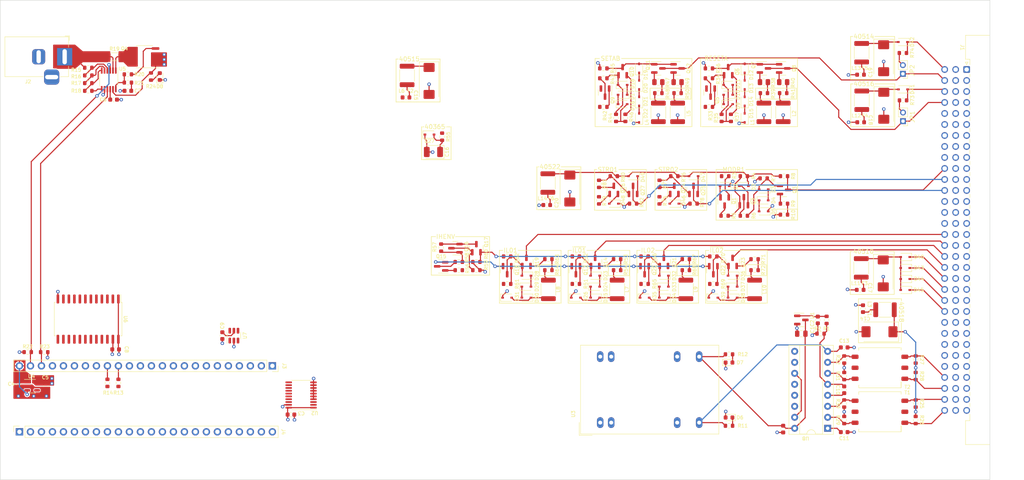
<source format=kicad_pcb>
(kicad_pcb (version 20211014) (generator pcbnew)
  (layers (0 "F.Cu" signal) (1 "In1.Cu" signal) (2 "In2.Cu" signal) (31 "B.Cu" signal) (34 "B.Paste" user) (35 "F.Paste" user) (36 "B.SilkS" user "B.Silkscreen") (37 "F.SilkS" user "F.Silkscreen") (38 "B.Mask" user) (39 "F.Mask" user) (44 "Edge.Cuts" user))
  (net 0 "")
  (net 1 "GND")
  (net 2 "+5V")
  (net 3 "Net-(C2-Pad1)")
  (net 4 "+3V3")
  (net 5 "/FPGA and Power/5V_FPGA")
  (net 6 "Net-(C6-Pad1)")
  (net 7 "/VREF")
  (net 8 "Net-(C7-Pad1)")
  (net 9 "-5V")
  (net 10 "/BPLSWX")
  (net 11 "/BPLIZ1")
  (net 12 "/BPLMX1")
  (net 13 "/BPLMY3")
  (net 14 "/BPLMX3")
  (net 15 "/BPLSWZ")
  (net 16 "Net-(D1-Pad2)")
  (net 17 "Net-(D2-Pad1)")
  (net 18 "Net-(D3-Pad1)")
  (net 19 "Net-(D3-Pad2)")
  (net 20 "Net-(D4-Pad1)")
  (net 21 "Net-(D6-Pad1)")
  (net 22 "Net-(D7-Pad2)")
  (net 23 "Net-(D8-Pad2)")
  (net 24 "Net-(D10-Pad2)")
  (net 25 "Net-(D10-Pad1)")
  (net 26 "Net-(D11-Pad1)")
  (net 27 "Net-(D12-Pad1)")
  (net 28 "Net-(D12-Pad2)")
  (net 29 "Net-(D13-Pad1)")
  (net 30 "Net-(D14-Pad1)")
  (net 31 "Net-(D16-Pad1)")
  (net 32 "Net-(D17-Pad1)")
  (net 33 "Net-(D18-Pad1)")
  (net 34 "Net-(D19-Pad1)")
  (net 35 "Net-(D19-Pad2)")
  (net 36 "Net-(D20-Pad1)")
  (net 37 "Net-(D21-Pad1)")
  (net 38 "Net-(D23-Pad1)")
  (net 39 "Net-(D23-Pad2)")
  (net 40 "Net-(D24-Pad1)")
  (net 41 "Net-(D25-Pad1)")
  (net 42 "Net-(D28-Pad1)")
  (net 43 "Net-(D28-Pad2)")
  (net 44 "Net-(D29-Pad1)")
  (net 45 "Net-(D30-Pad1)")
  (net 46 "Net-(D32-Pad1)")
  (net 47 "Net-(D32-Pad2)")
  (net 48 "Net-(D33-Pad1)")
  (net 49 "Net-(D34-Pad1)")
  (net 50 "Net-(D36-Pad1)")
  (net 51 "Net-(D36-Pad2)")
  (net 52 "Net-(D37-Pad1)")
  (net 53 "Net-(D38-Pad1)")
  (net 54 "/RFD1")
  (net 55 "/RSTRN1")
  (net 56 "/SETRN1")
  (net 57 "/RCD1")
  (net 58 "/RFD2")
  (net 59 "/RCD2")
  (net 60 "Net-(D46-Pad2)")
  (net 61 "Net-(D47-Pad1)")
  (net 62 "Net-(D48-Pad2)")
  (net 63 "Net-(D49-Pad1)")
  (net 64 "Net-(F1-Pad1)")
  (net 65 "+14V")
  (net 66 "Net-(F2-Pad1)")
  (net 67 "Net-(F3-Pad1)")
  (net 68 "Net-(F4-Pad1)")
  (net 69 "Net-(F5-Pad1)")
  (net 70 "Net-(F6-Pad1)")
  (net 71 "/GAR1")
  (net 72 "/GBR1")
  (net 73 "/GAR2")
  (net 74 "/GBR2")
  (net 79 "/STR1")
  (net 80 "/STR2")
  (net 86 "/XFN1")
  (net 87 "/XCN1")
  (net 88 "/XFN2")
  (net 89 "/XCN2")
  (net 95 "/XRST1")
  (net 96 "/XSET1")
  (net 143 "/FPGA and Power/14V_IN")
  (net 144 "/FPGA and Power/SAF1")
  (net 145 "/FPGA and Power/SAF2")
  (net 158 "/FPGA and Power/ADC_14V")
  (net 159 "/FPGA and Power/ADC_5V")
  (net 162 "/FPGA and Power/SBF")
  (net 166 "Net-(C11-Pad2)")
  (net 172 "/FPGA and Power/STRA3")
  (net 173 "/FPGA and Power/STRA2")
  (net 174 "/FPGA and Power/STRA1")
  (net 175 "/FPGA and Power/STRA0")
  (net 176 "/40331/IN")
  (net 183 "/FPGA and Power/IL2")
  (net 184 "/FPGA and Power/IL1")
  (net 188 "/FPGA and Power/RESET1")
  (net 190 "/FPGA and Power/SET1")
  (net 191 "/FPGA and Power/ROPER")
  (net 192 "/FPGA and Power/PG_14V")
  (net 193 "/FPGA and Power/EN_14V")
  (net 194 "Net-(L1-Pad1)")
  (net 195 "Net-(L2-Pad1)")
  (net 196 "Net-(L4-Pad1)")
  (net 197 "Net-(L5-Pad1)")
  (net 198 "Net-(L7-Pad1)")
  (net 199 "Net-(L8-Pad1)")
  (net 200 "Net-(L9-Pad1)")
  (net 201 "Net-(L10-Pad1)")
  (net 202 "Net-(Q1-Pad1)")
  (net 203 "/RPR")
  (net 204 "Net-(Q2-Pad1)")
  (net 205 "Net-(Q2-Pad3)")
  (net 206 "Net-(Q3-Pad2)")
  (net 207 "/MODR1")
  (net 208 "Net-(Q4-Pad4)")
  (net 209 "/FPGA and Power/14V_SENSE")
  (net 210 "Net-(Q5-Pad1)")
  (net 211 "Net-(Q5-Pad3)")
  (net 212 "Net-(Q6-Pad2)")
  (net 213 "Net-(Q7-Pad2)")
  (net 214 "Net-(Q8-Pad2)")
  (net 215 "Net-(Q9-Pad1)")
  (net 216 "Net-(Q9-Pad3)")
  (net 217 "Net-(Q10-Pad2)")
  (net 218 "Net-(Q11-Pad2)")
  (net 219 "Net-(Q12-Pad2)")
  (net 220 "Net-(Q13-Pad1)")
  (net 221 "Net-(Q14-Pad2)")
  (net 222 "Net-(Q15-Pad1)")
  (net 223 "Net-(Q15-Pad3)")
  (net 224 "Net-(Q16-Pad1)")
  (net 225 "Net-(Q16-Pad3)")
  (net 226 "/40331A")
  (net 227 "Net-(Q18-Pad1)")
  (net 228 "Net-(Q19-Pad2)")
  (net 229 "Net-(Q20-Pad1)")
  (net 230 "Net-(Q21-Pad2)")
  (net 231 "Net-(Q22-Pad1)")
  (net 232 "Net-(Q23-Pad2)")
  (net 233 "Net-(Q24-Pad1)")
  (net 234 "Net-(Q24-Pad3)")
  (net 235 "Net-(Q25-Pad1)")
  (net 236 "Net-(Q26-Pad1)")
  (net 237 "Net-(Q26-Pad3)")
  (net 238 "Net-(Q27-Pad1)")
  (net 239 "Net-(R10-Pad1)")
  (net 240 "Net-(R15-Pad1)")
  (net 241 "Net-(R16-Pad1)")
  (net 242 "Net-(R17-Pad1)")
  (net 243 "Net-(R18-Pad1)")
  (net 244 "Net-(R20-Pad2)")
  (net 245 "Net-(R29-Pad1)")
  (net 246 "Net-(R30-Pad2)")
  (net 247 "Net-(R31-Pad1)")
  (net 248 "Net-(R32-Pad2)")
  (net 249 "Net-(R38-Pad2)")
  (net 250 "Net-(R40-Pad2)")
  (net 251 "Net-(R47-Pad2)")
  (net 252 "Net-(R49-Pad2)")
  (net 253 "/40312/IN")
  (net 254 "Net-(R53-Pad2)")
  (net 255 "Net-(R63-Pad2)")
  (net 256 "Net-(R67-Pad2)")
  (net 257 "/40314/IN")
  (net 258 "Net-(R71-Pad2)")
  (net 259 "/40601b/SEn")
  (net 260 "/40601a/SEn")
  (net 265 "/FPGA and Power/SA1")
  (net 266 "/FPGA and Power/SA2")
  (net 285 "/40311/4036nA")
  (net 286 "Net-(JP1-Pad2)")
  (net 287 "Net-(JP2-Pad2)")
  (footprint "Resistor_SMD:R_0603_1608Metric" (layer "F.Cu") (at 185.547 72.39 180)
    (fp_text reference "R78")
    (fp_text value "3k")
  )
  (footprint "Resistor_SMD:R_0603_1608Metric" (layer "F.Cu") (at 164.719 50.038 180)
    (fp_text reference "R42")
    (fp_text value "1k")
  )
  (footprint "Diode_SMD:D_SOD-323" (layer "F.Cu") (at 190.119 94.107)
    (fp_text reference "D39")
    (fp_text value "1N4148")
  )
  (footprint "Inductor_SMD:L_1812_4532Metric" (layer "F.Cu") (at 181.864 51.308 -90)
    (fp_text reference "L5")
    (fp_text value "3.9uH")
  )
  (footprint "Inductor_SMD:L_1812_4532Metric" (layer "F.Cu") (at 229.7645 96.901)
    (fp_text reference "L3")
    (fp_text value "8.2uH")
  )
  (footprint "Resistor_SMD:R_0603_1608Metric" (layer "F.Cu") (at 236.855 108.395 -90)
    (fp_text reference "R27")
    (fp_text value "2.7k" hide)
  )
  (footprint "Resistor_SMD:R_0603_1608Metric" (layer "F.Cu") (at 167.894 87.757 180)
    (fp_text reference "R54")
    (fp_text value "NOM")
  )
  (footprint "Diode_SMD:D_SOD-323" (layer "F.Cu") (at 197.358 44.958 90)
    (fp_text reference "D13")
    (fp_text value "1N4148")
  )
  (footprint "Inductor_SMD:L_1812_4532Metric" (layer "F.Cu") (at 152.019 92.202 -90)
    (fp_text reference "L8")
    (fp_text value "2.2uH")
  )
  (footprint "Package_TO_SOT_SMD:SOT-23" (layer "F.Cu") (at 193.548 41.783 90)
    (fp_text reference "Q6")
    (fp_text value "MMBT2907")
  )
  (footprint "lachesis:Transformer_Murata_786J" (layer "F.Cu") (at 228.6 110.3 180)
    (fp_text reference "T2")
    (fp_text value "1:1" hide)
  )
  (footprint "Diode_SMD:D_SOD-323" (layer "F.Cu") (at 234.442 87.249 180)
    (fp_text reference "D43")
    (fp_text value "1N4148")
  )
  (footprint "Inductor_SMD:L_1812_4532Metric" (layer "F.Cu") (at 177.419 51.308 -90)
    (fp_text reference "L4")
    (fp_text value "3.9uH")
  )
  (footprint "Diode_SMD:D_SOD-323" (layer "F.Cu") (at 171.577 66.04 180)
    (fp_text reference "D49")
    (fp_text value "1N4148")
  )
  (footprint "Resistor_SMD:R_0603_1608Metric" (layer "F.Cu") (at 52.705 113.792 -90)
    (fp_text reference "R13")
    (fp_text value "12k")
  )
  (footprint "Resistor_SMD:R_0603_1608Metric" (layer "F.Cu") (at 183.769 85.217)
    (fp_text reference "R67")
    (fp_text value "3.9")
  )
  (footprint "Connector_PinHeader_2.00mm:PinHeader_1x02_P2.00mm_Vertical" (layer "F.Cu") (at 233.934 53.34 180)
    (fp_text reference "JP1")
    (fp_text value "Jumper_2_Open")
  )
  (footprint "Package_TO_SOT_SMD:SOT-23" (layer "F.Cu") (at 181.864 41.148)
    (fp_text reference "Q12")
    (fp_text value "MMBT2222")
  )
  (footprint "Package_TO_SOT_SMD:SOT-23" (layer "F.Cu") (at 167.132 69.215 90)
    (fp_text reference "Q26")
    (fp_text value "MMBT2222")
  )
  (footprint "Resistor_SMD:R_0603_1608Metric" (layer "F.Cu") (at 206.439 74.93 180)
    (fp_text reference "R10")
    (fp_text value "NOM")
  )
  (footprint "Resistor_SMD:R_0603_1608Metric" (layer "F.Cu") (at 127.254 82.55 -90)
    (fp_text reference "R57")
    (fp_text value "470")
  )
  (footprint "Package_SO:SO-8_3.9x4.9mm_P1.27mm" (layer "F.Cu") (at 58.6995 38.4555 180)
    (fp_text reference "Q4")
    (fp_text value "IRF7413")
  )
  (footprint "Inductor_SMD:L_1812_4532Metric" (layer "F.Cu") (at 206.248 51.308 -90)
    (fp_text reference "L2")
    (fp_text value "3.9uH")
  )
  (footprint "Diode_SMD:D_SOD-323" (layer "F.Cu") (at 172.974 41.148 90)
    (fp_text reference "D19")
    (fp_text value "1N4148")
  )
  (footprint "Resistor_SMD:R_0603_1608Metric" (layer "F.Cu") (at 220.345 122.365 90)
    (fp_text reference "R29")
    (fp_text value "470" hide)
  )
  (footprint "Diode_SMD:D_SOD-323" (layer "F.Cu") (at 181.102 72.39 180)
    (fp_text reference "D46")
    (fp_text value "1N4148")
  )
  (footprint "Resistor_SMD:R_0603_1608Metric" (layer "F.Cu") (at 158.369 84.582)
    (fp_text reference "R52")
    (fp_text value "390")
  )
  (footprint "Inductor_SMD:L_1812_4532Metric" (layer "F.Cu") (at 183.769 92.202 -90)
    (fp_text reference "L9")
    (fp_text value "2.2uH")
  )
  (footprint "Resistor_SMD:R_0603_1608Metric" (layer "F.Cu") (at 167.64 52.578 90)
    (fp_text reference "R44")
    (fp_text value "5.1k")
  )
  (footprint "Inductor_SMD:L_1812_4532Metric" (layer "F.Cu") (at 224.409 48.5085 90)
    (fp_text reference "L12")
    (fp_text value "8.2uH")
  )
  (footprint "Diode_SMD:D_SOD-323" (layer "F.Cu") (at 197.168 68.326)
    (fp_text reference "D2")
    (fp_text value "1N4148")
  )
  (footprint "Fuse:Fuse_0603_1608Metric" (layer "F.Cu") (at 224.6845 96.647 90)
    (fp_text reference "F1")
    (fp_text value "250mA")
  )
  (footprint "Resistor_SMD:R_0603_1608Metric" (layer "F.Cu") (at 183.769 87.757 180)
    (fp_text reference "R68")
    (fp_text value "NOM")
  )
  (footprint "Resistor_SMD:R_0603_1608Metric" (layer "F.Cu") (at 131.318 87.757)
    (fp_text reference "R56")
    (fp_text value "1k")
  )
  (footprint "Package_TO_SOT_SMD:SOT-23" (layer "F.Cu") (at 210.439 99.251)
    (fp_text reference "U1")
    (fp_text value "AD1582BRTZ")
  )
  (footprint "Package_TO_SOT_SMD:SOT-23" (layer "F.Cu") (at 158.369 87.757 -90)
    (fp_text reference "Q13")
    (fp_text value "MMBT2222")
  )
  (footprint "Resistor_SMD:R_0603_1608Metric" (layer "F.Cu") (at 220.345 108.395 90)
    (fp_text reference "R32")
    (fp_text value "470" hide)
  )
  (footprint "Resistor_SMD:R_0603_1608Metric" (layer "F.Cu") (at 192.723 75.184 180)
    (fp_text reference "R5")
    (fp_text value "5.1k")
  )
  (footprint "Connector_PinSocket_2.54mm:PinSocket_1x24_P2.54mm_Vertical" (layer "F.Cu") (at 88.265 109.855 -90)
    (fp_text reference "J3")
    (fp_text value "Conn_01x24")
  )
  (footprint "Diode_SMD:D_SOD-323" (layer "F.Cu") (at 193.548 47.244 180)
    (fp_text reference "D10")
    (fp_text value "1N4148")
  )
  (footprint "Resistor_SMD:R_0603_1608Metric" (layer "F.Cu") (at 206.248 46.863 180)
    (fp_text reference "R41")
    (fp_text value "NOM")
  )
  (footprint "Package_TO_SOT_SMD:SOT-23" (layer "F.Cu") (at 171.577 69.215 90)
    (fp_text reference "Q27")
    (fp_text value "MMBT2907")
  )
  (footprint "Resistor_SMD:R_0603_1608Metric" (layer "F.Cu") (at 199.644 87.757 180)
    (fp_text reference "R72")
    (fp_text value "NOM")
  )
  (footprint "Diode_SMD:D_SOD-323" (layer "F.Cu") (at 194.564 94.107 180)
    (fp_text reference "D38")
    (fp_text value "1N4148")
  )
  (footprint "Resistor_SMD:R_0603_1608Metric" (layer "F.Cu") (at 192.85 66.04 180)
    (fp_text reference "R3")
    (fp_text value "1k")
  )
  (footprint "Package_TO_SOT_SMD:SOT-23" (layer "F.Cu") (at 130.556 82.677 180)
    (fp_text reference "Q16")
    (fp_text value "MMBT2907")
  )
  (footprint "Resistor_SMD:R_0603_1608Metric" (layer "F.Cu") (at 163.703 71.628 90)
    (fp_text reference "R79")
    (fp_text value "1k")
  )
  (footprint "Resistor_SMD:R_0603_1608Metric" (layer "F.Cu") (at 135.382 85.852 180)
    (fp_text reference "R60")
    (fp_text value "2k")
  )
  (footprint "Resistor_SMD:R_0603_1608Metric" (layer "F.Cu") (at 152.019 87.757 180)
    (fp_text reference "R64")
    (fp_text value "NOM")
  )
  (footprint "Diode_SMD:D_SOD-323" (layer "F.Cu") (at 233.934 45.99 180)
    (fp_text reference "D41")
    (fp_text value "1N4148")
  )
  (footprint "Resistor_SMD:R_0603_1608Metric" (layer "F.Cu") (at 206.439 72.39)
    (fp_text reference "R9")
    (fp_text value "8.2")
  )
  (footprint "Inductor_SMD:L_1812_4532Metric" (layer "F.Cu") (at 201.803 51.308 -90)
    (fp_text reference "L1")
    (fp_text value "3.9uH")
  )
  (footprint "Connector_PinSocket_2.54mm:PinSocket_1x24_P2.54mm_Vertical" (layer "F.Cu") (at 29.845 125.095 90)
    (fp_text reference "J4")
    (fp_text value "Conn_01x24")
  )
  (footprint "Resistor_SMD:R_0805_2012Metric" (layer "F.Cu") (at 206.248 44.323)
    (fp_text reference "R40")
    (fp_text value "7.5")
  )
  (footprint "Resistor_SMD:R_0603_1608Metric" (layer "F.Cu") (at 201.74 66.548 180)
    (fp_text reference "R7")
    (fp_text value "5.1k")
  )
  (footprint "Diode_SMD:D_SOD-323" (layer "F.Cu") (at 162.814 89.027 180)
    (fp_text reference "D23")
    (fp_text value "1N4148")
  )
  (footprint "Connector_PinHeader_2.00mm:PinHeader_1x02_P2.00mm_Vertical" (layer "F.Cu") (at 233.9 42.402 180)
    (fp_text reference "JP2")
    (fp_text value "Jumper_2_Open")
  )
  (footprint "Capacitor_SMD:C_0603_1608Metric" (layer "F.Cu") (at 220.345 105.601 180)
    (fp_text reference "C13")
    (fp_text value "0.1uF" hide)
  )
  (footprint "Capacitor_SMD:C_0603_1608Metric" (layer "F.Cu") (at 35.941 114.554 -90)
    (fp_text reference "C5")
    (fp_text value "1.0uF")
  )
  (footprint "Package_TO_SOT_SMD:TSOT-23-5" (layer "F.Cu") (at 32.766 114.554)
    (fp_text reference "U4")
    (fp_text value "ADP151-3.3")
  )
  (footprint "Package_SO:TSSOP-20_4.4x6.5mm_P0.65mm" (layer "F.Cu") (at 94.8944 116.586 180)
    (fp_text reference "U2")
    (fp_text value "74LVC245")
  )
  (footprint "Package_TO_SOT_SMD:SOT-23" (layer "F.Cu") (at 194.564 85.852 90)
    (fp_text reference "Q23")
    (fp_text value "MMBT2222")
  )
  (footprint "Capacitor_SMD:C_0603_1608Metric" (layer "F.Cu") (at 206.248 124.46 -90)
    (fp_text reference "C12" hide)
    (fp_text value "0.1uF")
  )
  (footprint "Resistor_SMD:R_0603_1608Metric" (layer "F.Cu") (at 193.739 123.698)
    (fp_text reference "R11")
    (fp_text value "430")
  )
  (footprint "Package_TO_SOT_SMD:SOT-23" (layer "F.Cu") (at 174.244 87.757 -90)
    (fp_text reference "Q20")
    (fp_text value "MMBT2222")
  )
  (footprint "Diode_SMD:D_SOD-323" (layer "F.Cu") (at 178.689 94.107 180)
    (fp_text reference "D34")
    (fp_text value "1N4148")
  )
  (footprint "Diode_SMD:D_SOD-323" (layer "F.Cu") (at 185.547 66.04 180)
    (fp_text reference "D47")
    (fp_text value "1N4148")
  )
  (footprint "Diode_SMD:D_SOD-323" (layer "F.Cu") (at 172.974 48.768 90)
    (fp_text reference "D21")
    (fp_text value "1N4148")
  )
  (footprint "Resistor_SMD:R_0603_1608Metric" (layer "F.Cu") (at 60.2235 43.0275 -90)
    (fp_text reference "R24")
    (fp_text value "620")
  )
  (footprint "Package_SO:MSOP-12_3x4mm_P0.65mm" (layer "F.Cu") (at 50.4705 43.7895 -90)
    (fp_text reference "U5")
    (fp_text value "LTC4231-1")
  )
  (footprint "Resistor_SMD:R_0603_1608Metric" (layer "F.Cu") (at 167.894 85.217)
    (fp_text reference "R53")
    (fp_text value "3.9")
  )
  (footprint "Resistor_SMD:R_0603_1608Metric" (layer "F.Cu") (at 167.132 66.04 180)
    (fp_text reference "R80")
    (fp_text value "5.1k")
  )
  (footprint "Package_TO_SOT_SMD:SOT-23" (layer "F.Cu") (at 177.419 41.148)
    (fp_text reference "Q11")
    (fp_text value "MMBT2222")
  )
  (footprint "Package_TO_SOT_SMD:SOT-23" (layer "F.Cu") (at 127.254 86.868 180)
    (fp_text reference "Q15")
    (fp_text value "MMBT2222")
  )
  (footprint "Diode_SMD:D_SOD-323" (layer "F.Cu") (at 142.494 94.107)
    (fp_text reference "D31")
    (fp_text value "1N4148")
  )
  (footprint "Resistor_SMD:R_0805_2012Metric" (layer "F.Cu") (at 201.803 44.323)
    (fp_text reference "R38")
    (fp_text value "7.5")
  )
  (footprint "Resistor_SMD:R_0603_1608Metric" (layer "F.Cu") (at 181.864 46.863 180)
    (fp_text reference "R50")
    (fp_text value "NOM")
  )
  (footprint "Fuse:Fuse_0603_1608Metric" (layer "F.Cu") (at 224.028 92.3075 180)
    (fp_text reference "F3")
    (fp_text value "250mA")
  )
  (footprint "Resistor_SMD:R_1206_3216Metric" (layer "F.Cu") (at 51.7913 38.4555)
    (fp_text reference "R19")
    (fp_text value "0.025")
  )
  (footprint "Diode_SMD:D_SOD-323" (layer "F.Cu") (at 194.564 91.567)
    (fp_text reference "D37")
    (fp_text value "1N4148")
  )
  (footprint "Converter_DCDC:Converter_DCDC_XP_POWER_JTExxxxDxx_THT" (layer "F.Cu") (at 163.984 122.9655 90)
    (fp_text reference "U3")
    (fp_text value "JTE0624D05")
  )
  (footprint "Capacitor_Tantalum_SMD:CP_EIA-7343-31_Kemet-D" (layer "F.Cu") (at 229.362 88.4975 -90)
    (fp_text reference "C17")
    (fp_text value "6.8uF")
  )
  (footprint "Package_DIP:DIP-16_W7.62mm_Socket" (layer "F.Cu") (at 216.525 124.28 180)
    (fp_text reference "U8")
    (fp_text value "SN7524")
  )
  (footprint "Resistor_SMD:R_0603_1608Metric" (layer "F.Cu") (at 197.168 75.184)
    (fp_text reference "R6")
    (fp_text value "680")
  )
  (footprint "Diode_SMD:D_SOD-323" (layer "F.Cu") (at 174.244 94.107)
    (fp_text reference "D35")
    (fp_text value "1N4148")
  )
  (footprint "Resistor_SMD:R_0603_1608Metric" (layer "F.Cu") (at 206.439 66.04)
    (fp_text reference "R8")
    (fp_text value "3k")
  )
  (footprint "Diode_SMD:D_SOD-323" (layer "F.Cu") (at 233.9 35.052 180)
    (fp_text reference "D42")
    (fp_text value "1N4148")
  )
  (footprint "Package_TO_SOT_SMD:SOT-23" (layer "F.Cu") (at 185.547 69.215 90)
    (fp_text reference "Q25")
    (fp_text value "MMBT2907")
  )
  (footprint "Resistor_SMD:R_0603_1608Metric" (layer "F.Cu") (at 169.799 52.578 90)
    (fp_text reference "R46")
    (fp_text value "27")
  )
  (footprint "Capacitor_SMD:C_0603_1608Metric" (layer "F.Cu") (at 51.5875 48.3615)
    (fp_text reference "C6")
    (fp_text value "0.33uF")
  )
  (footprint "Resistor_SMD:R_0603_1608Metric" (layer "F.Cu") (at 174.244 90.932 180)
    (fp_text reference "R65")
    (fp_text value "1k")
  )
  (footprint "Resistor_SMD:R_0603_1608Metric" (layer "F.Cu") (at 197.168 66.04 180)
    (fp_text reference "R4")
    (fp_text value "5.1k")
  )
  (footprint "Resistor_SMD:R_0603_1608Metric" (layer "F.Cu") (at 54.8895 42.5195 180)
    (fp_text reference "R20")
    (fp_text value "10")
  )
  (footprint "lachesis:Transformer_Murata_786J" (layer "F.Cu") (at 228.6 120.46 180)
    (fp_text reference "T1")
    (fp_text value "1:1" hide)
  )
  (footprint "Diode_SMD:D_SOD-323" (layer "F.Cu") (at 234.442 89.789 180)
    (fp_text reference "D44")
    (fp_text value "1N4148")
  )
  (footprint "Resistor_SMD:R_0603_1608Metric" (layer "F.Cu") (at 131.318 85.852 180)
    (fp_text reference "R58")
    (fp_text value "2k")
  )
  (footprint "Resistor_SMD:R_0603_1608Metric" (layer "F.Cu") (at 142.494 84.582)
    (fp_text reference "R62")
    (fp_text value "390")
  )
  (footprint "Capacitor_SMD:C_0603_1608Metric" (layer "F.Cu") (at 52.057 106.045)
    (fp_text reference "C8")
    (fp_text value "0.1uF")
  )
  (footprint "Package_TO_SOT_SMD:SOT-23" (layer "F.Cu") (at 181.102 69.215 90)
    (fp_text reference "Q24")
    (fp_text value "MMBT2222")
  )
  (footprint "Capacitor_SMD:C_0603_1608Metric" (layer "F.Cu") (at 220.345 125.159 180)
    (fp_text reference "C11")
    (fp_text value "100pF" hide)
  )
  (footprint "Package_TO_SOT_SMD:SOT-23" (layer "F.Cu") (at 201.803 41.148)
    (fp_text reference "Q7")
    (fp_text value "MMBT2222")
  )
  (footprint "Diode_SMD:D_SOD-323" (layer "F.Cu") (at 201.74 74.168 180)
    (fp_text reference "D5")
    (fp_text value "1N4148")
  )
  (footprint "Resistor_SMD:R_0603_1608Metric" (layer "F.Cu") (at 216.281 99.251 -90)
    (fp_text reference "R1")
    (fp_text value "1.27k")
  )
  (footprint "Inductor_SMD:L_1812_4532Metric" (layer "F.Cu") (at 119.38 42.7775 90)
    (fp_text reference "L6")
    (fp_text value "8.2uH")
  )
  (footprint "Fuse:Fuse_0603_1608Metric" (layer "F.Cu") (at 119.126 47.8575 180)
    (fp_text reference "F2")
    (fp_text value "250mA")
  )
  (footprint "Diode_SMD:D_SOD-323" (layer "F.Cu") (at 169.164 44.958)
    (fp_text reference "D18")
    (fp_text value "1N4148")
  )
  (footprint "Resistor_SMD:R_0603_1608Metric" (layer "F.Cu") (at 31.75 106.68 180)
    (fp_text reference "R22")
    (fp_text value "10k")
  )
  (footprint "Diode_SMD:D_SOD-323" (layer "F.Cu") (at 178.689 89.027 180)
    (fp_text reference "D32")
    (fp_text value "1N4148")
  )
  (footprint "Diode_SMD:D_SOD-323" (layer "F.Cu") (at 201.74 69.088 180)
    (fp_text reference "D3")
    (fp_text value "1N4148")
  )
  (footprint "Resistor_SMD:R_0603_1608Metric" (layer "F.Cu") (at 50.165 113.792 -90)
    (fp_text reference "R14")
    (fp_text value "2.4k")
  )
  (footprint "Resistor_SMD:R_0805_2012Metric" (layer "F.Cu") (at 177.419 44.323)
    (fp_text reference "R47")
    (fp_text value "7.5")
  )
  (footprint "Package_TO_SOT_SMD:SOT-23" (layer "F.Cu") (at 162.814 85.852 90)
    (fp_text reference "Q14")
    (fp_text value "MMBT2222")
  )
  (footprint "Diode_SMD:D_SOD-323" (layer "F.Cu") (at 197.358 41.148 90)
    (fp_text reference "D12")
    (fp_text value "1N4148")
  )
  (footprint "Capacitor_SMD:C_0603_1608Metric" (layer "F.Cu") (at 92.5576 121.1072 180)
    (fp_text reference "C3")
    (fp_text value "0.1uF")
  )
  (footprint "Fuse:Fuse_0603_1608Metric" (layer "F.Cu") (at 224.121 42.6075 180)
    (fp_text reference "F5")
    (fp_text value "250mA")
  )
  (footprint "Resistor_SMD:R_0603_1608Metric" (layer "F.Cu") (at 171.577 72.39 180)
    (fp_text reference "R82")
    (fp_text value "3k")
  )
  (footprint "Resistor_SMD:R_0603_1608Metric" (layer "F.Cu") (at 190.119 84.582)
    (fp_text reference "R70")
    (fp_text value "390")
  )
  (footprint "Fuse:Fuse_0603_1608Metric" (layer "F.Cu") (at 151.638 72.7065 180)
    (fp_text reference "F6")
    (fp_text value "250mA")
  )
  (footprint "Inductor_SMD:L_1812_4532Metric" (layer "F.Cu") (at 224.282 87.2275 90)
    (fp_text reference "L11")
    (fp_text value "8.2uH")
  )
  (footprint "Capacitor_Tantalum_SMD:CP_EIA-7343-31_Kemet-D" (layer "F.Cu") (at 229.455 38.7975 -90)
    (fp_text reference "C19")
    (fp_text value "6.8uF")
  )
  (footprint "Diode_SMD:D_SOD-323" (layer "F.Cu") (at 158.369 94.107)
    (fp_text reference "D26")
    (fp_text value "1N4148")
  )
  (footprint "Resistor_SMD:R_0603_1608Metric" (layer "F.Cu") (at 201.803 46.863 180)
    (fp_text reference "R39")
    (fp_text value "NOM")
  )
  (footprint "Diode_SMD:D_SOD-323" (layer "F.Cu") (at 146.939 94.107 180)
    (fp_text reference "D30")
    (fp_text value "1N4148")
  )
  (footprint "LED_SMD:LED_0603_1608Metric" (layer "F.Cu") (at 193.739 121.793 180)
    (fp_text reference "D6")
    (fp_text value "BLUE")
  )
  (footprint "Resistor_SMD:R_0603_1608Metric" (layer "F.Cu") (at 164.719 43.434 180)
    (fp_text reference "R43")
    (fp_text value "1k")
  )
  (footprint "Capacitor_SMD:C_0603_1608Metric" (layer "F.Cu") (at 220.345 115.38 90)
    (fp_text reference "C10")
    (fp_text value "10nF" hide)
  )
  (footprint "Resistor_SMD:R_0603_1608Metric" (layer "F.Cu") (at 45.7455 40.9955 180)
    (fp_text reference "R15")
    (fp_text value "1020k")
  )
  (footprint "Capacitor_SMD:C_0603_1608Metric" (layer "F.Cu") (at 29.591 114.1222 90)
    (fp_text reference "C4")
    (fp_text value "1.0uF")
  )
  (footprint "Diode_SMD:D_SOD-323" (layer "F.Cu") (at 169.164 49.403)
    (fp_text reference "D16")
    (fp_text value "1N4148")
  )
  (footprint "Resistor_SMD:R_0603_1608Metric" (layer "F.Cu") (at 164.719 41.148 180)
    (fp_text reference "R45")
    (fp_text value "5.1k")
  )
  (footprint "Package_TO_SOT_SMD:SOT-23" (layer "F.Cu") (at 190.119 87.757 -90)
    (fp_text reference "Q22")
    (fp_text value "MMBT2222")
  )
  (footprint "Diode_SMD:D_SOD-323" (layer "F.Cu") (at 169.164 47.244 180)
    (fp_text reference "D17")
    (fp_text value "1N4148")
  )
  (footprint "Resistor_SMD:R_0603_1608Metric" (layer "F.Cu") (at 220.345 112.205 90)
    (fp_text reference "R31")
    (fp_text value "470" hide)
  )
  (footprint "Package_TO_SOT_SMD:SOT-23" (layer "F.Cu") (at 178.689 85.852 90)
    (fp_text reference "Q21")
    (fp_text value "MMBT2222")
  )
  (footprint "LED_SMD:LED_0603_1608Metric" (layer "F.Cu") (at 193.739 109.093)
    (fp_text reference "D7")
    (fp_text value "TEAL")
  )
  (footprint "Resistor_SMD:R_0603_1608Metric" (layer "F.Cu") (at 177.673 71.628 90)
    (fp_text reference "R75")
    (fp_text value "1k")
  )
  (footprint "Package_TO_SOT_SMD:SOT-23" (layer "F.Cu") (at 142.494 87.757 -90)
    (fp_text reference "Q18")
    (fp_text value "MMBT2222")
  )
  (footprint "Diode_SMD:D_SOD-323" (layer "F.Cu") (at 234.442 84.709 180)
    (fp_text reference "D40")
    (fp_text value "1N4148")
  )
  (footprint "Resistor_SMD:R_0603_1608Metric" (layer "F.Cu") (at 163.703 67.818 -90)
    (fp_text reference "R81")
    (fp_text value "2k")
  )
  (footprint "Inductor_SMD:L_1812_4532Metric" (layer "F.Cu") (at 199.644 92.202 -90)
    (fp_text reference "L10")
    (fp_text value "2.2uH")
  )
  (footprint "Capacitor_Tantalum_SMD:CP_EIA-3528-21_Kemet-B" (layer "F.Cu") (at 125.4625 60.452 180)
    (fp_text reference "C16")
    (fp_text value "1.0uF")
  )
  (footprint "Package_TO_SOT_SMD:SOT-23" (layer "F.Cu") (at 206.439 69.215)
    (fp_text reference "Q3")
    (fp_text value "MMBT2222")
  )
  (footprint "Resistor_SMD:R_0603_1608Metric" (layer "F.Cu") (at 236.855 122.365 -90)
    (fp_text reference "R26")
    (fp_text value "2.7k" hide)
  )
  (footprint "Package_TO_SOT_SMD:SOT-23" (layer "F.Cu") (at 146.939 85.852 90)
    (fp_text reference "Q19")
    (fp_text value "MMBT2222")
  )
  (footprint "LED_SMD:LED_0603_1608Metric" (layer "F.Cu") (at 62.2555 43.0275 90)
    (fp_text reference "D8")
    (fp_text value "ORANGE")
  )
  (footprint "Diode_SMD:D_SOD-323" (layer "F.Cu") (at 146.939 89.027 180)
    (fp_text reference "D28")
    (fp_text value "1N4148")
  )
  (footprint "Inductor_SMD:L_1812_4532Metric" (layer "F.Cu") (at 167.894 92.202 -90)
    (fp_text reference "L7")
    (fp_text value "2.2uH")
  )
  (footprint "Diode_SMD:D_SOD-323" (layer "F.Cu") (at 167.132 72.39 180)
    (fp_text reference "D48")
    (fp_text value "1N4148")
  )
  (footprint "Package_TO_SOT_SMD:SOT-23" (layer "F.Cu") (at 135.382 82.677 90)
    (fp_text reference "Q17")
    (fp_text value "MMBT2222")
  )
  (footprint "Resistor_SMD:R_0603_1608Metric" (layer "F.Cu") (at 45.7455 42.7735 180)
    (fp_text reference "R16")
    (fp_text value "2.87k")
  )
  (footprint "lachesis:BarrelJack_CUI_PJ-002A" (layer "F.Cu") (at 40.2845 38.4555)
    (fp_text reference "J2")
    (fp_text value "Barrel_Jack_Switch")
  )
  (footprint "Diode_SMD:D_SOD-323" (layer "F.Cu") (at 146.939 91.567)
    (fp_text reference "D29")
    (fp_text value "1N4148")
  )
  (footprint "Diode_SMD:D_SOD-323" (layer "F.Cu") (at 172.974 52.578 90)
    (fp_text reference "D22")
    (fp_text value "1N4148")
  )
  (footprint "Diode_SMD:D_SOD-323" (layer "F.Cu") (at 234.442 92.329 180)
    (fp_text reference "D45")
    (fp_text value "1N4148")
  )
  (footprint "Diode_SMD:D_SOD-323" (layer "F.Cu") (at 193.548 44.958)
    (fp_text reference "D11")
    (fp_text value "1N4148")
  )
  (footprint "Capacitor_SMD:C_0603_1608Metric" (layer "F.Cu") (at 214.249 99.251 -90)
    (fp_text reference "C2")
    (fp_text value "1.0uF")
  )
  (footprint "Resistor_SMD:R_0603_1608Metric" (layer "F.Cu") (at 45.7455 44.5515 180)
    (fp_text reference "R17")
    (fp_text value "9.76k")
  )
  (footprint "Diode_SMD:D_SOD-323" (layer "F.Cu") (at 162.814 91.567)
    (fp_text reference "D24")
    (fp_text value "1N4148")
  )
  (footprint "Resistor_SMD:R_0603_1608Metric" (layer "F.Cu") (at 189.103 41.148 180)
    (fp_text reference "R36")
    (fp_text value "5.1k")
  )
  (footprint "Package_TO_SOT_SMD:SOT-23-6" (layer "F.Cu") (at 79.375 102.87 90)
    (fp_text reference "U7")
    (fp_text value "74LVC2G04")
  )
  (footprint "Package_TO_SOT_SMD:SOT-23" (layer "F.Cu") (at 165.1 46.736 -90)
    (fp_text reference "Q9")
    (fp_text value "MMBT2222")
  )
  (footprint "Resistor_SMD:R_0603_1608Metric" (layer "F.Cu") (at 152.019 85.217)
    (fp_text reference "R63")
    (fp_text value "3.9")
  )
  (footprint "Resistor_SMD:R_0603_1608Metric" (layer "F.Cu") (at 233.9 37.592)
    (fp_text reference "R74")
    (fp_text value "200")
  )
  (footprint "Package_TO_SOT_SMD:SOT-23" (layer "F.Cu") (at 206.248 41.148)
    (fp_text reference "Q8")
    (fp_text value "MMBT2222")
  )
  (footprint "Resistor_SMD:R_0603_1608Metric" (layer "F.Cu") (at 220.345 118.555 90)
    (fp_text reference "R30")
    (fp_text value "470" hide)
  )
  (footprint "Capacitor_Tantalum_SMD:CP_EIA-7343-31_Kemet-D" (layer "F.Cu") (at 156.972 68.8965 -90)
    (fp_text reference "C20")
    (fp_text value "6.8uF")
  )
  (footprint "Resistor_SMD:R_0603_1608Metric" (layer "F.Cu") (at 177.673 67.818 -90)
    (fp_text reference "R77")
    (fp_text value "2k")
  )
  (footprint "Resistor_SMD:R_0603_1608Metric" (layer "F.Cu") (at 236.855 118.555 -90)
    (fp_text reference "R25")
    (fp_text value "2.7k" hide)
  )
  (footprint "Capacitor_SMD:C_0805_2012Metric" (layer "F.Cu") (at 210.439 102.426)
    (fp_text reference "C1")
    (fp_text value "4.7uF")
  )
  (footprint "Resistor_SMD:R_0603_1608Metric" (layer "F.Cu") (at 214.884 102.426 180)
    (fp_text reference "R2")
    (fp_text value "249")
  )
  (footprint "Resistor_SMD:R_0603_1608Metric" (layer "F.Cu") (at 199.644 85.217)
    (fp_text reference "R71")
    (fp_text value "3.9")
  )
  (footprint "Diode_SMD:D_SOD-323" (layer "F.Cu") (at 193.548 49.403)
    (fp_text reference "D9")
    (fp_text value "1N4148")
  )
  (footprint "Capacitor_Tantalum_SMD:CP_EIA-7343-31_Kemet-D" (layer "F.Cu") (at 229.489 49.7785 -90)
    (fp_text reference "C18")
    (fp_text value "6.8uF")
  )
  (footprint "Resistor_SMD:R_0603_1608Metric" (layer "F.Cu") (at 192.024 52.578 90)
    (fp_text reference "R35")
    (fp_text value "5.1k")
  )
  (footprint "Package_TO_SOT_SMD:SOT-23" (layer "F.Cu") (at 192.723 71.882 -90)
    (fp_text reference "Q1")
    (fp_text value "MMBT2222")
  )
  (footprint "Connector_DIN:DIN41612_C_3x32_Male_Horizontal_THT" (layer "F.Cu") (at 248.6346 41.402 -90)
    (fp_text reference "J1")
    (fp_text value "DIN41612_03x32_C")
  )
  (footprint "Resistor_SMD:R_0603_1608Metric" (layer "F.Cu") (at 35.56 106.68 180)
    (fp_text reference "R23")
    (fp_text value "10k")
  )
  (footprint "Resistor_SMD:R_0603_1608Metric" (layer "F.Cu") (at 189.103 43.434 180)
    (fp_text reference "R34")
    (fp_text value "1k")
  )
  (footprint "Capacitor_Tantalum_SMD:CP_EIA-7343-31_Kemet-D" (layer "F.Cu") (at 124.46 44.0475 -90)
    (fp_text reference "C15")
    (fp_text value "6.8uF")
  )
  (footprint "Resistor_SMD:R_0603_1608Metric" (layer "F.Cu") (at 189.103 50.038 180)
    (fp_text reference "R33")
    (fp_text value "1k")
  )
  (footprint "Resistor_SMD:R_0603_1608Metric" (layer "F.Cu") (at 174.244 84.582)
    (fp_text reference "R66")
    (fp_text value "390")
  )
  (footprint "Capacitor_Tantalum_SMD:CP_EIA-7343-31_Kemet-D" (layer "F.Cu") (at 228.4945 101.981 180)
    (fp_text reference "C14")
    (fp_text value "6.8uF")
  )
  (footprint "Resistor_SMD:R_0603_1608Metric" (layer "F.Cu") (at 45.7455 46.3295 180)
    (fp_text reference "R18")
    (fp_text value "54.9k")
  )
  (footprint "Resistor_SMD:R_0603_1608Metric" (layer "F.Cu") (at 142.494 90.932 180)
    (fp_text reference "R61")
    (fp_text value "1k")
  )
  (footprint "Capacitor_SMD:C_0603_1608Metric" (layer "F.Cu") (at 54.8895 46.3295 180)
    (fp_text reference "C7")
    (fp_text value "10nF")
  )
  (footprint "Resistor_SMD:R_0603_1608Metric" (layer "F.Cu") (at 127.4725 56.927 90)
    (fp_text reference "R55")
    (fp_text value "3k")
  )
  (footprint "Resistor_SMD:R_0603_1608Metric" (layer "F.Cu") (at 236.855 112.205 -90)
    (fp_text reference "R28")
    (fp_text value "2.7k")
  )
  (footprint "Inductor_SMD:L_1812_4532Metric" (layer "F.Cu") (at 224.375 37.5275 90)
    (fp_text reference "L13")
    (fp_text value "8.2uH")
  )
  (footprint "Diode_SMD:D_SOD-323" (layer "F.Cu") (at 192.723 68.326 180)
    (fp_text reference "D1")
    (fp_text value "1N4148")
  )
  (footprint "Diode_SMD:D_SOD-323" (layer "F.Cu") (at 124.5515 56.419)
    (fp_text reference "D27")
    (fp_text value "1N4148")
  )
  (footprint "Diode_SMD:D_SOD-323" (layer "F.Cu") (at 197.358 52.578 90)
    (fp_text reference "D15")
    (fp_text value "1N4148")
  )
  (footprint "Diode_SMD:D_SOD-323" (layer "F.Cu") (at 162.814 94.107 180)
    (fp_text reference "D25")
    (fp_text value "1N4148")
  )
  (footprint "Package_SO:SOIC-24W_7.5x15.4mm_P1.27mm" (layer "F.Cu") (at 45.707 99.06 -90)
    (fp_text reference "U6")
    (fp_text value "74HC4514")
  )
  (footprint "Package_TO_SOT_SMD:SOT-23" (layer "F.Cu") (at 197.168 71.818 90)
    (fp_text reference "Q2")
    (fp_text value "MMBT2907")
  )
  (footprint "Package_TO_SOT_SMD:SOT-23" (layer "F.Cu") (at 169.164 41.783 90)
    (fp_text reference "Q10")
    (fp_text value "MMBT2907")
  )
  (footprint "Diode_SMD:D_SOD-323" (layer "F.Cu") (at 194.564 89.027 180)
    (fp_text reference "D36")
    (fp_text value "1N4148")
  )
  (footprint "Resistor_SMD:R_0805_2012Metric" (layer "F.Cu") (at 181.864 44.323)
    (fp_text reference "R49")
    (fp_text value "7.5")
  )
  (footprint "Resistor_SMD:R_0603_1608Metric" (layer "F.Cu") (at 177.419 46.863 180)
    (fp_text reference "R48")
    (fp_text value "NOM")
  )
  (footprint "Package_TO_SOT_SMD:SOT-23" (layer "F.Cu") (at 189.484 46.736 -90)
    (fp_text reference "Q5")
    (fp_text value "MMBT2222")
  )
  (footprint "Resistor_SMD:R_0603_1608Metric" (layer "F.Cu") (at 135.382 87.757)
    (fp_text reference "R59")
    (fp_text value "750")
  )
  (footprint "Resistor_SMD:R_0603_1608Metric" (layer "F.Cu") (at 54.8895 44.4245 180)
    (fp_text reference "R21")
    (fp_text value "1k")
  )
  (footprint "Inductor_SMD:L_1812_4532Metric" (layer "F.Cu") (at 151.892 67.6265 90)
    (fp_text reference "L14")
    (fp_text value "8.2uH")
  )
  (footprint "Resistor_SMD:R_0603_1608Metric" (layer "F.Cu") (at 194.183 52.578 90)
    (fp_text reference "R37")
    (fp_text value "27")
  )
  (footprint "Resistor_SMD:R_0603_1608Metric" (layer "F.Cu") (at 158.369 90.932 180)
    (fp_text reference "R51")
    (fp_text value "1k")
  )
  (footprint "Fuse:Fuse_0603_1608Metric" (layer "F.Cu") (at 224.155 53.5885 180)
    (fp_text reference "F4")
    (fp_text value "250mA")
  )
  (footprint "Resistor_SMD:R_0603_1608Metric" (layer "F.Cu") (at 233.934 48.53)
    (fp_text reference "R73")
    (fp_text value "200")
  )
  (footprint "Resistor_SMD:R_0603_1608Metric" (layer "F.Cu") (at 181.102 66.04 180)
    (fp_text reference "R76")
    (fp_text value "5.1k")
  )
  (footprint "Resistor_SMD:R_0603_1608Metric" (layer "F.Cu") (at 193.739 107.188)
    (fp_text reference "R12")
    (fp_text value "430")
  )
  (footprint "Diode_SMD:D_SOD-323" (layer "F.Cu") (at 178.689 91.567)
    (fp_text reference "D33")
    (fp_text value "1N4148")
  )
  (footprint "Diode_SMD:D_SOD-323" (layer "F.Cu") (at 201.74 71.628)
    (fp_text reference "D4")
    (fp_text value "1N4148")
  )
  (footprint "Diode_SMD:D_SOD-323" (layer "F.Cu") (at 172.974 44.958 90)
    (fp_text reference "D20")
    (fp_text value "1N4148")
  )
  (footprint "Capacitor_SMD:C_0603_1608Metric" (layer "F.Cu") (at 76.708 102.87 -90)
    (fp_text reference "C9")
    (fp_text value "0.1uF")
  )
  (footprint "Diode_SMD:D_SOD-323" (layer "F.Cu") (at 197.358 48.768 90)
    (fp_text reference "D14")
    (fp_text value "1N4148")
  )
  (footprint "Resistor_SMD:R_0603_1608Metric" (layer "F.Cu") (at 190.119 90.932 180)
    (fp_text reference "R69")
    (fp_text value "1k")
  )
  (gr_line (start 186.69 95.377) (end 172.466 95.377) (layer "F.SilkS") (width 0.15))
  (gr_line (start 156.591 83.185) (end 157.353 83.185) (layer "F.SilkS") (width 0.15))
  (gr_line (start 130.556 80.01) (end 138.43 80.01) (layer "F.SilkS") (width 0.15))
  (gr_line (start 127 48.895) (end 127 38.989) (layer "F.SilkS") (width 0.15))
  (gr_line (start 221.835 43.688) (end 231.995 43.688) (layer "F.SilkS") (width 0.15))
  (gr_line (start 223.647 94.361) (end 223.647 104.521) (layer "F.SilkS") (width 0.15))
  (gr_line (start 233.553 94.361) (end 233.553 94.869) (layer "F.SilkS") (width 0.15))
  (gr_line (start 188.595 73.914) (end 176.657 73.914) (layer "F.SilkS") (width 0.15))
  (gr_line (start 221.835 33.782) (end 221.835 43.688) (layer "F.SilkS") (width 0.15))
  (gr_line (start 159.512 73.787) (end 159.512 63.881) (layer "F.SilkS") (width 0.15))
  (gr_line (start 149.352 63.881) (end 149.86 63.881) (layer "F.SilkS") (width 0.15))
  (gr_line (start 170.815 83.185) (end 170.815 95.377) (layer "F.SilkS") (width 0.15))
  (gr_line (start 172.466 95.377) (end 172.466 83.185) (layer "F.SilkS") (width 0.15))
  (gr_line (start 193.802 38.862) (end 209.55 38.862) (layer "F.SilkS") (width 0.15))
  (gr_line (start 185.166 38.862) (end 185.166 54.61) (layer "F.SilkS") (width 0.15))
  (gr_line (start 162.687 64.516) (end 163.195 64.516) (layer "F.SilkS") (width 0.15))
  (gr_line (start 162.687 73.914) (end 162.687 64.516) (layer "F.SilkS") (width 0.15))
  (gr_line (start 162.814 54.61) (end 162.814 38.862) (layer "F.SilkS") (width 0.15))
  (gr_line (start 116.84 48.895) (end 127 48.895) (layer "F.SilkS") (width 0.15))
  (gr_line (start 223.647 104.521) (end 233.553 104.521) (layer "F.SilkS") (width 0.15))
  (gr_line (start 149.352 73.787) (end 159.512 73.787) (layer "F.SilkS") (width 0.15))
  (gr_line (start 182.245 64.516) (end 188.595 64.516) (layer "F.SilkS") (width 0.15))
  (gr_line (start 124.968 88.9) (end 124.968 80.01) (layer "F.SilkS") (width 0.15))
  (gr_line (start 190.754 76.2) (end 190.754 64.516) (layer "F.SilkS") (width 0.15))
  (gr_line (start 188.341 95.377) (end 188.341 83.185) (layer "F.SilkS") (width 0.15))
  (gr_line (start 138.43 88.9) (end 124.968 88.9) (layer "F.SilkS") (width 0.15))
  (gr_line (start 233.553 94.361) (end 223.647 94.361) (layer "F.SilkS") (width 0.15))
  (gr_line (start 202.565 83.185) (end 202.565 95.377) (layer "F.SilkS") (width 0.15))
  (gr_line (start 209.55 38.862) (end 209.55 54.61) (layer "F.SilkS") (width 0.15))
  (gr_line (start 221.869 44.72) (end 221.869 54.626) (layer "F.SilkS") (width 0.15))
  (gr_rect (start 204.724 73.66) (end 209.55 76.2) (layer "F.SilkS") (width 0.15) (fill none))
  (gr_line (start 124.968 80.01) (end 125.984 80.01) (layer "F.SilkS") (width 0.15))
  (gr_line (start 176.657 64.516) (end 177.165 64.516) (layer "F.SilkS") (width 0.15))
  (gr_line (start 129.54 62.23) (end 122.7395 62.23) (layer "F.SilkS") (width 0.15))
  (gr_line (start 231.902 83.439) (end 227.33 83.439) (layer "F.SilkS") (width 0.15))
  (gr_line (start 140.716 95.377) (end 140.716 83.185) (layer "F.SilkS") (width 0.15))
  (gr_line (start 233.553 104.521) (end 233.553 99.949) (layer "F.SilkS") (width 0.15))
  (gr_line (start 221.835 33.782) (end 222.343 33.782) (layer "F.SilkS") (width 0.15))
  (gr_line (start 231.902 93.345) (end 231.902 83.439) (layer "F.SilkS") (width 0.15))
  (gr_line (start 129.54 54.641) (end 128.3275 54.641) (layer "F.SilkS") (width 0.15))
  (gr_line (start 221.742 93.345) (end 231.902 93.345) (layer "F.SilkS") (width 0.15))
  (gr_line (start 209.55 76.2) (end 190.754 76.2) (layer "F.SilkS") (width 0.15))
  (gr_line (start 116.84 38.989) (end 116.84 48.895) (layer "F.SilkS") (width 0.15))
  (gr_line (start 174.625 73.914) (end 162.687 73.914) (layer "F.SilkS") (width 0.15))
  (gr_line (start 129.54 54.641) (end 129.54 62.23) (layer "F.SilkS") (width 0.15))
  (gr_line (start 221.869 54.626) (end 232.029 54.626) (layer "F.SilkS") (width 0.15))
  (gr_line (start 221.742 83.439) (end 222.25 83.439) (layer "F.SilkS") (width 0.15))
  (gr_line (start 116.84 38.989) (end 117.348 38.989) (layer "F.SilkS") (width 0.15))
  (gr_line (start 172.466 83.185) (end 173.228 83.185) (layer "F.SilkS") (width 0.15))
  (gr_line (start 190.754 64.516) (end 192.278 64.516) (layer "F.SilkS") (width 0.15))
  (gr_line (start 168.91 38.862) (end 185.166 38.862) (layer "F.SilkS") (width 0.15))
  (gr_line (start 170.815 95.377) (end 156.591 95.377) (layer "F.SilkS") (width 0.15))
  (gr_line (start 202.565 95.377) (end 188.341 95.377) (layer "F.SilkS") (width 0.15))
  (gr_line (start 154.94 83.185) (end 154.94 95.377) (layer "F.SilkS") (width 0.15))
  (gr_line (start 138.43 80.01) (end 138.43 88.9) (layer "F.SilkS") (width 0.15))
  (gr_line (start 168.275 64.516) (end 174.625 64.516) (layer "F.SilkS") (width 0.15))
  (gr_line (start 188.595 64.516) (end 188.595 73.914) (layer "F.SilkS") (width 0.15))
  (gr_line (start 185.166 54.61) (end 162.814 54.61) (layer "F.SilkS") (width 0.15))
  (gr_line (start 209.55 54.61) (end 187.198 54.61) (layer "F.SilkS") (width 0.15))
  (gr_line (start 188.341 83.185) (end 189.103 83.185) (layer "F.SilkS") (width 0.15))
  (gr_line (start 122.7395 54.641) (end 123.2475 54.641) (layer "F.SilkS") (width 0.15))
  (gr_rect (start 197.612 86.487) (end 202.438 89.027) (layer "F.SilkS") (width 0.15) (fill none))
  (gr_line (start 231.995 43.688) (end 231.995 33.782) (layer "F.SilkS") (width 0.15))
  (gr_line (start 187.96 38.862) (end 187.198 38.862) (layer "F.SilkS") (width 0.15))
  (gr_line (start 127 38.989) (end 122.428 38.989) (layer "F.SilkS") (width 0.15))
  (gr_rect (start 199.898 45.72) (end 209.296 48.26) (layer "F.SilkS") (width 0.15) (fill none))
  (gr_rect (start 181.737 86.487) (end 186.563 89.027) (layer "F.SilkS") (width 0.15) (fill none))
  (gr_line (start 122.7395 62.23) (end 122.7395 54.641) (layer "F.SilkS") (width 0.15))
  (gr_line (start 231.995 33.782) (end 227.423 33.782) (layer "F.SilkS") (width 0.15))
  (gr_rect (start 165.862 86.487) (end 170.688 89.027) (layer "F.SilkS") (width 0.15) (fill none))
  (gr_line (start 174.625 64.516) (end 174.625 73.914) (layer "F.SilkS") (width 0.15))
  (gr_line (start 232.029 44.72) (end 227.457 44.72) (layer "F.SilkS") (width 0.15))
  (gr_rect (start 149.987 86.487) (end 154.813 89.027) (layer "F.SilkS") (width 0.15) (fill none))
  (gr_line (start 176.784 83.185) (end 186.69 83.185) (layer "F.SilkS") (width 0.15))
  (gr_line (start 140.716 83.185) (end 141.478 83.185) (layer "F.SilkS") (width 0.15))
  (gr_line (start 197.612 64.516) (end 209.55 64.516) (layer "F.SilkS") (width 0.15))
  (gr_line (start 192.659 83.185) (end 202.565 83.185) (layer "F.SilkS") (width 0.15))
  (gr_line (start 176.657 73.914) (end 176.657 64.516) (layer "F.SilkS") (width 0.15))
  (gr_line (start 154.94 95.377) (end 140.716 95.377) (layer "F.SilkS") (width 0.15))
  (gr_line (start 149.352 63.881) (end 149.352 73.787) (layer "F.SilkS") (width 0.15))
  (gr_line (start 221.742 83.439) (end 221.742 93.345) (layer "F.SilkS") (width 0.15))
  (gr_line (start 187.198 54.61) (end 187.198 38.862) (layer "F.SilkS") (width 0.15))
  (gr_rect (start 175.514 45.72) (end 184.912 48.26) (layer "F.SilkS") (width 0.15) (fill none))
  (gr_line (start 186.69 83.185) (end 186.69 95.377) (layer "F.SilkS") (width 0.15))
  (gr_line (start 162.814 38.862) (end 163.83 38.862) (layer "F.SilkS") (width 0.15))
  (gr_line (start 145.034 83.185) (end 154.94 83.185) (layer "F.SilkS") (width 0.15))
  (gr_line (start 221.869 44.72) (end 222.377 44.72) (layer "F.SilkS") (width 0.15))
  (gr_line (start 232.029 54.626) (end 232.029 44.72) (layer "F.SilkS") (width 0.15))
  (gr_line (start 160.909 83.185) (end 170.815 83.185) (layer "F.SilkS") (width 0.15))
  (gr_line (start 159.512 63.881) (end 154.94 63.881) (layer "F.SilkS") (width 0.15))
  (gr_line (start 156.591 95.377) (end 156.591 83.185) (layer "F.SilkS") (width 0.15))
  (gr_line (start 209.55 64.516) (end 209.55 76.2) (layer "F.SilkS") (width 0.15))
  (gr_rect (start 25.4 25.4) (end 254 136.144) (layer "Edge.Cuts") (width 0.1) (fill none))
  (gr_text "IL01" (at 143.256 83.185) (layer "F.SilkS") (effects (font (size 1 1))))
  (gr_text "40510" (at 224.79 83.439) (layer "F.SilkS") (effects (font (size 1 1))))
  (gr_text "40365" (at 125.7875 54.641) (layer "F.SilkS") (effects (font (size 1 1))))
  (gr_text "40522" (at 152.4 63.881) (layer "F.SilkS") (effects (font (size 1 1))))
  (gr_text "RESETA" (at 190.754 38.862) (layer "F.SilkS") (effects (font (size 1 1))))
  (gr_text "~{IL01}" (at 159.131 83.185) (layer "F.SilkS") (effects (font (size 1 1))))
  (gr_text "40515" (at 119.888 38.989) (layer "F.SilkS") (effects (font (size 1 1))))
  (gr_text "MODR1" (at 194.818 64.516) (layer "F.SilkS") (effects (font (size 1 1))))
  (gr_text "STR02" (at 179.705 64.516) (layer "F.SilkS") (effects (font (size 1 1))))
  (gr_text "40518" (at 233.553 97.409 270) (layer "F.SilkS") (effects (font (size 1 1))))
  (gr_text "~{IL02}" (at 190.881 83.185) (layer "F.SilkS") (effects (font (size 1 1))))
  (gr_text "40516" (at 224.917 44.72) (layer "F.SilkS") (effects (font (size 1 1))))
  (gr_text "IL02" (at 175.006 83.185) (layer "F.SilkS") (effects (font (size 1 1))))
  (gr_text "40514" (at 224.883 33.782) (layer "F.SilkS") (effects (font (size 1 1))))
  (gr_text "SETAB" (at 166.37 38.862) (layer "F.SilkS") (effects (font (size 1 1))))
  (gr_text "STR01" (at 165.735 64.516) (layer "F.SilkS") (effects (font (size 1 1))))
  (gr_text "IHENV" (at 128.27 80.01) (layer "F.SilkS") (effects (font (size 1 1))))
  (segment (start 206.248 125.235) (end 204.864 125.235) (width 0.254) (layer "F.Cu") (net 1))
  (segment (start 220.345 116.155) (end 219.84 116.66) (width 0.254) (layer "F.Cu") (net 1))
  (segment (start 202.79 74.168) (end 202.79 73.88) (width 0.254) (layer "F.Cu") (net 1))
  (segment (start 181.864 53.4455) (end 181.864 51.943) (width 0.254) (layer "F.Cu") (net 1))
  (segment (start 170.752 72.39) (end 170.307 72.39) (width 0.254) (layer "F.Cu") (net 1))
  (segment (start 92.0319 118.861) (end 91.0446 118.861) (width 0.254) (layer "F.Cu") (net 1))
  (segment (start 189.069 93.633) (end 190.119 92.583) (width 0.254) (layer "F.Cu") (net 1))
  (segment (start 205.614 74.93) (end 204.47 74.93) (width 0.254) (layer "F.Cu") (net 1))
  (segment (start 229.362 91.61) (end 229.362 89.2595) (width 0.254) (layer "F.Cu") (net 1))
  (segment (start 157.319 94.107) (end 157.319 93.633) (width 0.254) (layer "F.Cu") (net 1))
  (segment (start 79.375 104.0075) (end 79.375 105.41) (width 0.254) (layer "F.Cu") (net 1))
  (segment (start 220.345 111.38) (end 220.345 110.3) (width 0.254) (layer "F.Cu") (net 1))
  (segment (start 123.5015 57.401) (end 123.925 57.8245) (width 0.254) (layer "F.Cu") (net 1))
  (segment (start 97.7569 117.561) (end 97.7569 112.8091) (width 0.254) (layer "F.Cu") (net 1))
  (segment (start 51.282 107.175) (end 51.295 107.188) (width 0.254) (layer "F.Cu") (net 1))
  (segment (start 173.194 94.107) (end 173.194 93.633) (width 0.254) (layer "F.Cu") (net 1))
  (segment (start 168.182 72.39) (end 168.783 72.39) (width 0.254) (layer "F.Cu") (net 1))
  (segment (start 193.773 68.326) (end 193.773 68.077206) (width 0.254) (layer "F.Cu") (net 1))
  (segment (start 204.864 125.235) (end 204.851 125.222) (width 0.254) (layer "F.Cu") (net 1))
  (segment (start 196.308 53.628) (end 196.088 53.848) (width 0.254) (layer "F.Cu") (net 1))
  (segment (start 222.631 105.601) (end 221.12 105.601) (width 0.254) (layer "F.Cu") (net 1))
  (segment (start 134.557 86.107) (end 136.207 87.757) (width 0.254) (layer "F.Cu") (net 1))
  (segment (start 182.152 72.39) (end 182.753 72.39) (width 0.254) (layer "F.Cu") (net 1))
  (segment (start 54.1145 46.3295) (end 53.1115 46.3295) (width 0.254) (layer "F.Cu") (net 1))
  (segment (start 189.069 94.107) (end 189.069 93.633) (width 0.254) (layer "F.Cu") (net 1))
  (segment (start 182.753 72.39) (end 183.515 73.152) (width 0.254) (layer "F.Cu") (net 1))
  (segment (start 201.803 53.4455) (end 201.803 51.943) (width 0.254) (layer "F.Cu") (net 1))
  (segment (start 197.358 53.628) (end 196.308 53.628) (width 0.254) (layer "F.Cu") (net 1))
  (segment (start 184.722 72.39) (end 184.277 72.39) (width 0.254) (layer "F.Cu") (net 1))
  (segment (start 214.059 102.426) (end 213.36 102.426) (width 0.254) (layer "F.Cu") (net 1))
  (segment (start 91.0446 118.861) (end 90.6272 119.2784) (width 0.254) (layer "F.Cu") (net 1))
  (segment (start 123.925 60.452) (end 125.2485 60.452) (width 0.254) (layer "F.Cu") (net 1))
  (segment (start 156.972 72.009) (end 156.972 69.6585) (width 0.254) (layer "F.Cu") (net 1))
  (segment (start 163.894 40.323) (end 163.449 39.878) (width 0.254) (layer "F.Cu") (net 1))
  (segment (start 200.47 66.548) (end 199.708 67.31) (width 0.254) (layer "F.Cu") (net 1))
  (segment (start 214.249 102.236) (end 214.059 102.426) (width 0.254) (layer "F.Cu") (net 1))
  (segment (start 51.422 105.905) (end 51.282 106.045) (width 0.254) (layer "F.Cu") (net 1))
  (segment (start 157.319 93.633) (end 158.369 92.583) (width 0.254) (layer "F.Cu") (net 1))
  (segment (start 219.84 116.66) (end 216.525 116.66) (width 0.254) (layer "F.Cu") (net 1))
  (segment (start 213.36 102.426) (end 212.979 102.807) (width 0.254) (layer "F.Cu") (net 1))
  (segment (start 136.207 87.757) (end 137.033 87.757) (width 0.254) (layer "F.Cu") (net 1))
  (segment (start 76.708 103.645) (end 76.708 104.648) (width 0.254) (layer "F.Cu") (net 1))
  (segment (start 214.249 100.026) (end 214.249 102.236) (width 0.254) (layer "F.Cu") (net 1))
  (segment (start 63.5 43.815) (end 63.5255 43.7895) (width 0.254) (layer "F.Cu") (net 1))
  (segment (start 192.9515 121.793) (end 192.9515 120.4215) (width 0.254) (layer "F.Cu") (net 1))
  (segment (start 209.489 101.222) (end 209.423 101.156) (width 0.254) (layer "F.Cu") (net 1))
  (segment (start 134.557 85.852) (end 134.557 86.107) (width 0.254) (layer "F.Cu") (net 1))
  (segment (start 172.974 53.628) (end 171.924 53.628) (width 0.254) (layer "F.Cu") (net 1))
  (segment (start 177.419 53.4455) (end 177.419 51.943) (width 0.254) (layer "F.Cu") (net 1))
  (segment (start 137.033 87.757) (end 137.414 88.138) (width 0.254) (layer "F.Cu") (net 1))
  (segment (start 123.5015 56.419) (end 123.5015 57.401) (width 0.254) (layer "F.Cu") (net 1))
  (segment (start 141.444 93.633) (end 142.494 92.583) (width 0.254) (layer "F.Cu") (net 1))
  (segment (start 168.783 72.39) (end 169.545 73.152) (width 0.254) (layer "F.Cu") (net 1))
  (segment (start 30.925 106.68) (end 29.845 106.68) (width 0.254) (layer "F.Cu") (net 1))
  (segment (start 225.382 101.981) (end 223.139 101.981) (width 0.254) (layer "F.Cu") (net 1))
  (segment (start 202.79 73.88) (end 203.772 72.898) (width 0.254) (layer "F.Cu") (net 1))
  (segment (start 184.277 72.39) (end 183.515 73.152) (width 0.254) (layer "F.Cu") (net 1))
  (segment (start 209.423 100.2795) (end 209.5015 100.201) (width 0.254) (layer "F.Cu") (net 1))
  (segment (start 221.12 125.159) (end 222.631 125.159) (width 0.254) (layer "F.Cu") (net 1))
  (segment (start 93.3326 121.1072) (end 93.3326 122.2886) (width 0.254) (layer "F.Cu") (net 1))
  (segment (start 49.4955 45.9395) (end 49.4955 46.8975) (width 0.254) (layer "F.Cu") (net 1))
  (segment (start 163.894 41.148) (end 163.894 40.323) (width 0.254) (layer "F.Cu") (net 1))
  (segment (start 171.924 53.628) (end 171.704 53.848) (width 0.254) (layer "F.Cu") (net 1))
  (segment (start 123.925 57.8245) (end 123.925 60.452) (width 0.254) (layer "F.Cu") (net 1))
  (segment (start 51.422 103.71) (end 51.422 105.905) (width 0.254) (layer "F.Cu") (net 1))
  (segment (start 209.423 101.156) (end 209.423 100.2795) (width 0.254) (layer "F.Cu") (net 1))
  (segment (start 49.4955 46.8975) (end 49.1745 47.2185) (width 0.254) (layer "F.Cu") (net 1))
  (segment (start 124.46 47.16) (end 124.46 44.8095) (width 0.254) (layer "F.Cu") (net 1))
  (segment (start 204.47 74.93) (end 203.962 75.438) (width 0.254) (layer "F.Cu") (net 1))
  (segment (start 192.9515 110.4645) (end 192.977 110.49) (width 0.254) (layer "F.Cu") (net 1))
  (segment (start 220.345 119.38) (end 220.345 120.46) (width 0.254) (layer "F.Cu") (net 1))
  (segment (start 62.2555 43.815) (end 63.5 43.815) (width 0.254) (layer "F.Cu") (net 1))
  (segment (start 170.307 72.39) (end 169.545 73.152) (width 0.254) (layer "F.Cu") (net 1))
  (segment (start 220.345 109.22) (end 220.345 110.3) (width 0.254) (layer "F.Cu") (net 1))
  (segment (start 229.489 52.891) (end 229.489 50.5405) (width 0.254) (layer "F.Cu") (net 1))
  (segment (start 209.489 102.426) (end 209.489 101.222) (width 0.254) (layer "F.Cu") (net 1))
  (segment (start 125.2485 60.452) (end 125.2795 60.483) (width 0.254) (layer "F.Cu") (net 1))
  (segment (start 229.455 41.91) (end 229.455 39.5595) (width 0.254) (layer "F.Cu") (net 1))
  (segment (start 52.3625 48.3615) (end 53.3655 48.3615) (width 0.254) (layer "F.Cu") (net 1))
  (segment (start 38.722 94.41) (end 38.722 92.71) (width 0.254) (layer "F.Cu") (net 1))
  (segment (start 220.345 121.54) (end 220.345 120.46) (width 0.254) (layer "F.Cu") (net 1))
  (segment (start 192.9515 120.4215) (end 192.977 120.396) (width 0.254) (layer "F.Cu") (net 1))
  (segment (start 51.282 106.045) (end 51.282 107.175) (width 0.254) (layer "F.Cu") (net 1))
  (segment (start 206.248 53.4455) (end 206.248 51.943) (width 0.254) (layer "F.Cu") (net 1))
  (segment (start 200.915 66.548) (end 200.47 66.548) (width 0.254) (layer "F.Cu") (net 1))
  (segment (start 188.278 41.148) (end 188.278 40.323) (width 0.254) (layer "F.Cu") (net 1))
  (segment (start 188.278 40.323) (end 187.833 39.878) (width 0.254) (layer "F.Cu") (net 1))
  (segment (start 141.444 94.107) (end 141.444 93.633) (width 0.254) (layer "F.Cu") (net 1))
  (segment (start 173.194 93.633) (end 174.244 92.583) (width 0.254) (layer "F.Cu") (net 1))
  (segment (start 193.773 68.077206) (end 194.584103 67.266103) (width 0.254) (layer "F.Cu") (net 1))
  (segment (start 192.9515 109.093) (end 192.9515 110.4645) (width 0.254) (layer "F.Cu") (net 1))
  (segment (start 93.3326 122.2886) (end 93.3704 122.3264) (width 0.254) (layer "F.Cu") (net 1))
  (segment (start 97.7569 112.8091) (end 97.79 112.776) (width 0.254) (layer "F.Cu") (net 1))
  (via (at 29.845 106.68) (size 0.8) (drill 0.4) (layers "F.Cu" "B.Cu") (net 1))
  (via (at 125.2795 60.483) (size 0.8) (drill 0.4) (layers "F.Cu" "B.Cu") (net 1))
  (via (at 158.369 92.583) (size 0.8) (drill 0.4) (layers "F.Cu" "B.Cu") (net 1))
  (via (at 97.79 112.776) (size 0.8) (drill 0.4) (layers "F.Cu" "B.Cu") (net 1))
  (via (at 63.5255 43.7895) (size 0.8) (drill 0.4) (layers "F.Cu" "B.Cu") (net 1))
  (via (at 196.088 53.848) (size 0.8) (drill 0.4) (layers "F.Cu" "B.Cu") (net 1))
  (via (at 190.119 92.583) (size 0.8) (drill 0.4) (layers "F.Cu" "B.Cu") (net 1))
  (via (at 174.244 92.583) (size 0.8) (drill 0.4) (layers "F.Cu" "B.Cu") (net 1))
  (via (at 212.979 102.807) (size 0.8) (drill 0.4) (layers "F.Cu" "B.Cu") (net 1))
  (via (at 33.147 116.84) (size 0.8) (drill 0.4) (layers "F.Cu" "B.Cu") (net 1))
  (via (at 76.708 104.648) (size 0.8) (drill 0.4) (layers "F.Cu" "B.Cu") (net 1))
  (via (at 163.449 39.878) (size 0.8) (drill 0.4) (layers "F.Cu" "B.Cu") (net 1))
  (via (at 183.515 73.152) (size 0.8) (drill 0.4) (layers "F.Cu" "B.Cu") (net 1))
  (via (at 209.423 101.156) (size 0.8) (drill 0.4) (layers "F.Cu" "B.Cu") (net 1))
  (via (at 49.1745 47.2185) (size 0.8) (drill 0.4) (layers "F.Cu" "B.Cu") (net 1))
  (via (at 36.068 116.84) (size 0.8) (drill 0.4) (layers "F.Cu" "B.Cu") (net 1))
  (via (at 142.494 92.583) (size 0.8) (drill 0.4) (layers "F.Cu" "B.Cu") (net 1))
  (via (at 204.851 125.222) (size 0.8) (drill 0.4) (layers "F.Cu" "B.Cu") (net 1))
  (via (at 194.584103 67.266103) (size 0.8) (drill 0.4) (layers "F.Cu" "B.Cu") (net 1))
  (via (at 229.489 50.5405) (size 0.8) (drill 0.4) (layers "F.Cu" "B.Cu") (net 1))
  (via (at 51.295 107.188) (size 0.8) (drill 0.4) (layers "F.Cu" "B.Cu") (net 1))
  (via (at 206.248 51.943) (size 0.8) (drill 0.4) (layers "F.Cu" "B.Cu") (net 1))
  (via (at 181.864 51.943) (size 0.8) (drill 0.4) (layers "F.Cu" "B.Cu") (net 1))
  (via (at 192.977 120.396) (size 0.8) (drill 0.4) (layers "F.Cu" "B.Cu") (net 1))
  (via (at 53.1115 46.3295) (size 0.8) (drill 0.4) (layers "F.Cu" "B.Cu") (net 1))
  (via (at 222.631 105.601) (size 0.8) (drill 0.4) (layers "F.Cu" "B.Cu") (net 1))
  (via (at 156.972 69.6585) (size 0.8) (drill 0.4) (layers "F.Cu" "B.Cu") (net 1))
  (via (at 177.419 51.943) (size 0.8) (drill 0.4) (layers "F.Cu" "B.Cu") (net 1))
  (via (at 199.708 67.31) (size 0.8) (drill 0.4) (layers "F.Cu" "B.Cu") (net 1))
  (via (at 203.772 72.898) (size 0.8) (drill 0.4) (layers "F.Cu" "B.Cu") (net 1))
  (via (at 171.704 53.848) (size 0.8) (drill 0.4) (layers "F.Cu" "B.Cu") (net 1))
  (via (at 169.545 73.152) (size 0.8) (drill 0.4) (layers "F.Cu" "B.Cu") (net 1))
  (via (at 79.375 105.41) (size 0.8) (drill 0.4) (layers "F.Cu" "B.Cu") (net 1))
  (via (at 93.3704 122.3264) (size 0.8) (drill 0.4) (layers "F.Cu" "B.Cu") (net 1))
  (via (at 229.455 39.5595) (size 0.8) (drill 0.4) (layers "F.Cu" "B.Cu") (net 1))
  (via (at 220.345 110.3) (size 0.8) (drill 0.4) (layers "F.Cu" "B.Cu") (net 1))
  (via (at 38.722 92.71) (size 0.8) (drill 0.4) (layers "F.Cu" "B.Cu") (net 1))
  (via (at 220.345 120.46) (size 0.8) (drill 0.4) (layers "F.Cu" "B.Cu") (net 1))
  (via (at 192.977 110.49) (size 0.8) (drill 0.4) (layers "F.Cu" "B.Cu") (net 1))
  (via (at 90.6272 119.2784) (size 0.8) (drill 0.4) (layers "F.Cu" "B.Cu") (net 1))
  (via (at 222.631 125.159) (size 0.8) (drill 0.4) (layers "F.Cu" "B.Cu") (net 1))
  (via (at 124.46 44.8095) (size 0.8) (drill 0.4) (layers "F.Cu" "B.Cu") (net 1))
  (via (at 137.414 88.138) (size 0.8) (drill 0.4) (layers "F.Cu" "B.Cu") (net 1))
  (via (at 29.591 116.84) (size 0.8) (drill 0.4) (layers "F.Cu" "B.Cu") (net 1))
  (via (at 187.833 39.878) (size 0.8) (drill 0.4) (layers "F.Cu" "B.Cu") (net 1))
  (via (at 201.803 51.943) (size 0.8) (drill 0.4) (layers "F.Cu" "B.Cu") (net 1))
  (via (at 53.3655 48.3615) (size 0.8) (drill 0.4) (layers "F.Cu" "B.Cu") (net 1))
  (via (at 203.962 75.438) (size 0.8) (drill 0.4) (layers "F.Cu" "B.Cu") (net 1))
  (via (at 229.362 89.2595) (size 0.8) (drill 0.4) (layers "F.Cu" "B.Cu") (net 1))
  (via (at 223.139 101.981) (size 0.8) (drill 0.4) (layers "F.Cu" "B.Cu") (net 1))
  (segment (start 192.3765 107.7255) (end 186.844 107.7255) (width 0.254) (layer "F.Cu") (net 2))
  (segment (start 211.328 102.487) (end 211.389 102.426) (width 0.254) (layer "F.Cu") (net 2))
  (segment (start 211.389 99.2635) (end 211.3765 99.251) (width 0.254) (layer "F.Cu") (net 2))
  (segment (start 192.914 107.188) (end 192.3765 107.7255) (width 0.254) (layer "F.Cu") (net 2))
  (segment (start 186.844 107.7255) (end 202.8035 123.685) (width 0.254) (layer "F.Cu") (net 2))
  (segment (start 202.8035 123.685) (end 206.248 123.685) (width 0.254) (layer "F.Cu") (net 2))
  (segment (start 211.328 121.857) (end 211.328 102.487) (width 0.254) (layer "F.Cu") (net 2))
  (segment (start 206.843 124.28) (end 206.248 123.685) (width 0.254) (layer "F.Cu") (net 2))
  (segment (start 208.905 124.28) (end 206.843 124.28) (width 0.254) (layer "F.Cu") (net 2))
  (segment (start 211.389 102.426) (end 211.389 99.2635) (width 0.254) (layer "F.Cu") (net 2))
  (segment (start 208.905 124.28) (end 211.328 121.857) (width 0.254) (layer "F.Cu") (net 2))
  (segment (start 216.281 98.426) (end 214.299 98.426) (width 0.254) (layer "F.Cu") (net 3))
  (segment (start 213.233 98.489) (end 214.236 98.489) (width 0.254) (layer "F.Cu") (net 3))
  (segment (start 214.236 98.489) (end 214.249 98.476) (width 0.254) (layer "F.Cu") (net 3))
  (segment (start 213.045 98.301) (end 213.233 98.489) (width 0.254) (layer "F.Cu") (net 3))
  (segment (start 214.299 98.426) (end 214.249 98.476) (width 0.254) (layer "F.Cu") (net 3))
  (segment (start 209.5015 98.301) (end 213.045 98.301) (width 0.254) (layer "F.Cu") (net 3))
  (segment (start 36.385 106.68) (end 36.385 107.887) (width 0.254) (layer "F.Cu") (net 4))
  (segment (start 92.0319 119.511) (end 97.7569 119.511) (width 0.254) (layer "F.Cu") (net 4))
  (segment (start 91.7826 121.1072) (end 91.7826 122.2118) (width 0.254) (layer "F.Cu") (net 4))
  (segment (start 52.832 106.045) (end 52.832 107.175) (width 0.254) (layer "F.Cu") (net 4))
  (segment (start 91.7826 121.1072) (end 91.7826 119.7603) (width 0.254) (layer "F.Cu") (net 4))
  (segment (start 79.375 102.235) (end 78.74 102.87) (width 0.254) (layer "F.Cu") (net 4))
  (segment (start 78.74 102.87) (end 77.483 102.87) (width 0.254) (layer "F.Cu") (net 4))
  (segment (start 36.385 107.887) (end 36.322 107.95) (width 0.254) (layer "F.Cu") (net 4))
  (segment (start 52.692 105.905) (end 52.832 106.045) (width 0.254) (layer "F.Cu") (net 4))
  (segment (start 52.832 107.175) (end 52.819 107.188) (width 0.254) (layer "F.Cu") (net 4))
  (segment (start 52.692 103.71) (end 52.692 105.905) (width 0.254) (layer "F.Cu") (net 4))
  (segment (start 52.692 94.41) (end 52.692 103.71) (width 0.254) (layer "F.Cu") (net 4))
  (segment (start 77.483 102.87) (end 76.708 102.095) (width 0.254) (layer "F.Cu") (net 4))
  (segment (start 79.375 101.7325) (end 79.375 102.235) (width 0.254) (layer "F.Cu") (net 4))
  (segment (start 91.7826 119.7603) (end 92.0319 119.511) (width 0.254) (layer "F.Cu") (net 4))
  (segment (start 91.7826 122.2118) (end 91.8464 122.2756) (width 0.254) (layer "F.Cu") (net 4))
  (via (at 37.338 112.776) (size 0.8) (drill 0.4) (layers "F.Cu" "B.Cu") (net 4))
  (via (at 91.8464 122.2756) (size 0.8) (drill 0.4) (layers "F.Cu" "B.Cu") (net 4))
  (via (at 52.819 107.188) (size 0.8) (drill 0.4) (layers "F.Cu" "B.Cu") (net 4))
  (via (at 37.338 113.919) (size 0.8) (drill 0.4) (layers "F.Cu" "B.Cu") (net 4))
  (via (at 36.322 107.95) (size 0.8) (drill 0.4) (layers "F.Cu" "B.Cu") (net 4))
  (segment (start 31.6285 116.4535) (end 31.623 116.459) (width 0.254) (layer "F.Cu") (net 5))
  (segment (start 31.6285 115.504) (end 31.6285 116.4535) (width 0.254) (layer "F.Cu") (net 5))
  (via (at 31.623 116.459) (size 0.8) (drill 0.4) (layers "F.Cu" "B.Cu") (net 5))
  (segment (start 29.845 109.855) (end 29.845 114.681) (width 0.254) (layer "B.Cu") (net 5))
  (segment (start 29.845 114.681) (end 31.623 116.459) (width 0.254) (layer "B.Cu") (net 5))
  (segment (start 50.7955 45.9395) (end 50.7955 48.3445) (width 0.254) (layer "F.Cu") (net 6))
  (segment (start 50.7955 48.3445) (end 50.8125 48.3615) (width 0.254) (layer "F.Cu") (net 6))
  (segment (start 216.281 101.854) (end 215.709 102.426) (width 0.254) (layer "F.Cu") (net 7))
  (segment (start 214.757 112.352) (end 216.525 114.12) (width 0.254) (layer "F.Cu") (net 7))
  (segment (start 215.709 102.426) (end 215.709 103.569) (width 0.254) (layer "F.Cu") (net 7))
  (segment (start 215.709 103.569) (end 214.757 104.521) (width 0.254) (layer "F.Cu") (net 7))
  (segment (start 216.281 100.076) (end 216.281 101.854) (width 0.254) (layer "F.Cu") (net 7))
  (segment (start 216.525 114.12) (end 219.86 114.12) (width 0.254) (layer "F.Cu") (net 7))
  (segment (start 219.86 114.12) (end 220.345 114.605) (width 0.254) (layer "F.Cu") (net 7))
  (segment (start 214.757 104.521) (end 214.757 112.352) (width 0.254) (layer "F.Cu") (net 7))
  (segment (start 55.7145 46.2795) (end 55.6645 46.3295) (width 0.254) (layer "F.Cu") (net 8))
  (segment (start 55.7145 44.4245) (end 55.7145 46.2795) (width 0.254) (layer "F.Cu") (net 8))
  (segment (start 192.1815 122.9655) (end 192.914 123.698) (width 0.254) (layer "F.Cu") (net 9))
  (segment (start 218.671 106.5) (end 219.57 105.601) (width 0.254) (layer "F.Cu") (net 9))
  (segment (start 186.844 122.9655) (end 192.1815 122.9655) (width 0.254) (layer "F.Cu") (net 9))
  (segment (start 216.525 106.5) (end 218.671 106.5) (width 0.254) (layer "F.Cu") (net 9))
  (segment (start 215.054 105.029) (end 216.525 106.5) (width 0.254) (layer "B.Cu") (net 9))
  (segment (start 204.7805 105.029) (end 215.054 105.029) (width 0.254) (layer "B.Cu") (net 9))
  (segment (start 186.844 122.9655) (end 204.7805 105.029) (width 0.254) (layer "B.Cu") (net 9))
  (segment (start 231.902 96.901) (end 231.902 101.686) (width 0.254) (layer "F.Cu") (net 10))
  (segment (start 236.855 109.22) (end 236.855 110.3) (width 0.254) (layer "F.Cu") (net 10))
  (segment (start 236.855 119.38) (end 236.855 120.46) (width 0.254) (layer "F.Cu") (net 10))
  (segment (start 236.855 111.38) (end 236.855 110.3) (width 0.254) (layer "F.Cu") (net 10))
  (segment (start 231.607 101.981) (end 234.442 101.981) (width 0.254) (layer "F.Cu") (net 10))
  (segment (start 236.855 121.54) (end 236.855 120.46) (width 0.254) (layer "F.Cu") (net 10))
  (segment (start 231.648 102.022) (end 231.607 101.981) (width 0.254) (layer "F.Cu") (net 10))
  (segment (start 231.902 101.686) (end 231.607 101.981) (width 0.254) (layer "F.Cu") (net 10))
  (via (at 236.855 120.46) (size 0.8) (drill 0.4) (layers "F.Cu" "B.Cu") (net 10))
  (via (at 236.855 110.3) (size 0.8) (drill 0.4) (layers "F.Cu" "B.Cu") (net 10))
  (via (at 234.442 101.981) (size 0.8) (drill 0.4) (layers "F.Cu" "B.Cu") (net 10))
  (segment (start 236.855 110.3) (end 236.855 120.46) (width 0.254) (layer "B.Cu") (net 10))
  (segment (start 236.855 104.394) (end 234.442 101.981) (width 0.254) (layer "B.Cu") (net 10))
  (segment (start 236.855 110.3) (end 236.855 104.394) (width 0.254) (layer "B.Cu") (net 10))
  (segment (start 167.64 53.403) (end 168.719 53.403) (width 0.254) (layer "F.Cu") (net 11))
  (segment (start 135.382 81.7395) (end 131.506 81.7395) (width 0.254) (layer "F.Cu") (net 11))
  (segment (start 193.103 53.403) (end 193.103 50.898) (width 0.254) (layer "F.Cu") (net 11))
  (segment (start 127.254 81.725) (end 131.4915 81.725) (width 0.254) (layer "F.Cu") (net 11))
  (segment (start 168.719 53.403) (end 168.719 50.898) (width 0.254) (layer "F.Cu") (net 11))
  (segment (start 124.165 40.64) (end 124.46 40.935) (width 0.254) (layer "F.Cu") (net 11))
  (segment (start 193.103 50.898) (end 194.598 49.403) (width 0.254) (layer "F.Cu") (net 11))
  (segment (start 192.024 53.403) (end 193.103 53.403) (width 0.254) (layer "F.Cu") (net 11))
  (segment (start 168.719 53.403) (end 169.799 53.403) (width 0.254) (layer "F.Cu") (net 11))
  (segment (start 131.4915 81.725) (end 131.4935 81.727) (width 0.254) (layer "F.Cu") (net 11))
  (segment (start 168.719 50.898) (end 170.214 49.403) (width 0.254) (layer "F.Cu") (net 11))
  (segment (start 119.38 40.64) (end 124.165 40.64) (width 0.254) (layer "F.Cu") (net 11))
  (segment (start 131.506 81.7395) (end 131.4935 81.727) (width 0.254) (layer "F.Cu") (net 11))
  (segment (start 193.103 53.403) (end 194.183 53.403) (width 0.254) (layer "F.Cu") (net 11))
  (segment (start 224.282 85.09) (end 229.067 85.09) (width 0.254) (layer "F.Cu") (net 12))
  (segment (start 233.392 84.709) (end 233.392 92.329) (width 0.254) (layer "F.Cu") (net 12))
  (segment (start 229.067 85.09) (end 229.362 85.385) (width 0.254) (layer "F.Cu") (net 12))
  (segment (start 230.038 84.709) (end 233.392 84.709) (width 0.254) (layer "F.Cu") (net 12))
  (segment (start 229.362 85.385) (end 230.038 84.709) (width 0.254) (layer "F.Cu") (net 12))
  (segment (start 224.409 46.371) (end 229.194 46.371) (width 0.254) (layer "F.Cu") (net 13))
  (segment (start 230.165 45.99) (end 229.489 46.666) (width 0.254) (layer "F.Cu") (net 13))
  (segment (start 232.884 45.99) (end 230.165 45.99) (width 0.254) (layer "F.Cu") (net 13))
  (segment (start 229.194 46.371) (end 229.489 46.666) (width 0.254) (layer "F.Cu") (net 13))
  (segment (start 229.16 35.39) (end 229.455 35.685) (width 0.254) (layer "F.Cu") (net 14))
  (segment (start 230.088 35.052) (end 232.85 35.052) (width 0.254) (layer "F.Cu") (net 14))
  (segment (start 224.375 35.39) (end 229.16 35.39) (width 0.254) (layer "F.Cu") (net 14))
  (segment (start 229.455 35.685) (end 230.088 35.052) (width 0.254) (layer "F.Cu") (net 14))
  (segment (start 185.386 65.151) (end 197.104 65.151) (width 0.254) (layer "F.Cu") (net 15))
  (segment (start 184.497 66.04) (end 185.386 65.151) (width 0.254) (layer "F.Cu") (net 15))
  (segment (start 171.416 65.151) (end 181.038 65.151) (width 0.254) (layer "F.Cu") (net 15))
  (segment (start 167.602979 66.04) (end 166.747459 65.18448) (width 0.254) (layer "F.Cu") (net 15))
  (segment (start 204.026 66.04) (end 205.614 66.04) (width 0.254) (layer "F.Cu") (net 15))
  (segment (start 167.957 66.04) (end 167.602979 66.04) (width 0.254) (layer "F.Cu") (net 15))
  (segment (start 199.2 66.04) (end 199.708 65.532) (width 0.254) (layer "F.Cu") (net 15))
  (segment (start 197.993 66.04) (end 199.2 66.04) (width 0.254) (layer "F.Cu") (net 15))
  (segment (start 166.747459 65.18448) (end 157.57152 65.18448) (width 0.254) (layer "F.Cu") (net 15))
  (segment (start 151.892 65.489) (end 156.677 65.489) (width 0.254) (layer "F.Cu") (net 15))
  (segment (start 197.104 65.151) (end 197.993 66.04) (width 0.254) (layer "F.Cu") (net 15))
  (segment (start 197.993 66.04) (end 197.993 67.119) (width 0.254) (layer "F.Cu") (net 15))
  (segment (start 157.57152 65.18448) (end 156.972 65.784) (width 0.254) (layer "F.Cu") (net 15))
  (segment (start 198.218 67.344) (end 198.218 68.326) (width 0.254) (layer "F.Cu") (net 15))
  (segment (start 181.038 65.151) (end 181.927 66.04) (width 0.254) (layer "F.Cu") (net 15))
  (segment (start 184.497 66.04) (end 181.927 66.04) (width 0.254) (layer "F.Cu") (net 15))
  (segment (start 170.527 66.04) (end 167.957 66.04) (width 0.254) (layer "F.Cu") (net 15))
  (segment (start 197.993 67.119) (end 198.218 67.344) (width 0.254) (layer "F.Cu") (net 15))
  (segment (start 170.527 66.04) (end 171.416 65.151) (width 0.254) (layer "F.Cu") (net 15))
  (segment (start 199.708 65.532) (end 203.518 65.532) (width 0.254) (layer "F.Cu") (net 15))
  (segment (start 203.518 65.532) (end 204.026 66.04) (width 0.254) (layer "F.Cu") (net 15))
  (segment (start 156.677 65.489) (end 156.972 65.784) (width 0.254) (layer "F.Cu") (net 15))
  (segment (start 191.673 68.326) (end 191.673 70.8445) (width 0.254) (layer "F.Cu") (net 16))
  (segment (start 191.673 70.8445) (end 191.773 70.9445) (width 0.254) (layer "F.Cu") (net 16))
  (segment (start 196.118 68.326) (end 196.66 68.326) (width 0.254) (layer "F.Cu") (net 17))
  (segment (start 196.66 68.326) (end 198.118 69.784) (width 0.254) (layer "F.Cu") (net 17))
  (segment (start 198.118 69.784) (end 198.118 72.7555) (width 0.254) (layer "F.Cu") (net 17))
  (segment (start 202.79 69.088) (end 202.79 71.628) (width 0.254) (layer "F.Cu") (net 18))
  (segment (start 199.454 70.324) (end 200.69 69.088) (width 0.254) (layer "F.Cu") (net 19))
  (segment (start 205.5015 68.265) (end 204.282 68.265) (width 0.254) (layer "F.Cu") (net 19))
  (segment (start 204.282 68.265) (end 202.565 66.548) (width 0.254) (layer "F.Cu") (net 19))
  (segment (start 200.69 68.423) (end 200.69 69.088) (width 0.254) (layer "F.Cu") (net 19))
  (segment (start 202.565 66.548) (end 200.69 68.423) (width 0.254) (layer "F.Cu") (net 19))
  (segment (start 197.993 75.184) (end 199.454 73.723) (width 0.254) (layer "F.Cu") (net 19))
  (segment (start 199.454 73.723) (end 199.454 70.324) (width 0.254) (layer "F.Cu") (net 19))
  (segment (start 200.69 71.628) (end 200.69 74.168) (width 0.254) (layer "F.Cu") (net 20))
  (segment (start 194.564 121.8305) (end 194.5265 121.793) (width 0.254) (layer "F.Cu") (net 21))
  (segment (start 194.564 123.698) (end 194.564 121.8305) (width 0.254) (layer "F.Cu") (net 21))
  (segment (start 194.564 107.188) (end 194.564 109.0555) (width 0.254) (layer "F.Cu") (net 22))
  (segment (start 194.564 109.0555) (end 194.5265 109.093) (width 0.254) (layer "F.Cu") (net 22))
  (segment (start 60.2235 43.8525) (end 60.643 43.8525) (width 0.254) (layer "F.Cu") (net 23))
  (segment (start 60.643 43.8525) (end 62.2555 42.24) (width 0.254) (layer "F.Cu") (net 23))
  (segment (start 192.498 47.244) (end 192.498 49.403) (width 0.254) (layer "F.Cu") (net 24))
  (segment (start 194.598 44.958) (end 194.598 47.244) (width 0.254) (layer "F.Cu") (net 25))
  (segment (start 192.498 44.958) (end 192.498 42.8205) (width 0.254) (layer "F.Cu") (net 26))
  (segment (start 192.598 42.7205) (end 190.6415 42.7205) (width 0.254) (layer "F.Cu") (net 26))
  (segment (start 190.6415 42.7205) (end 189.928 43.434) (width 0.254) (layer "F.Cu") (net 26))
  (segment (start 192.024 51.753) (end 192.024 51.163022) (width 0.254) (layer "F.Cu") (net 26))
  (segment (start 192.024 51.163022) (end 193.548 49.639022) (width 0.254) (layer "F.Cu") (net 26))
  (segment (start 193.548 49.639022) (end 193.548 46.008) (width 0.254) (layer "F.Cu") (net 26))
  (segment (start 193.548 46.008) (end 192.498 44.958) (width 0.254) (layer "F.Cu") (net 26))
  (segment (start 192.498 42.8205) (end 192.598 42.7205) (width 0.254) (layer "F.Cu") (net 26))
  (segment (start 197.358 43.908) (end 197.358 42.198) (width 0.254) (layer "F.Cu") (net 27))
  (segment (start 194.2955 40.098) (end 197.358 40.098) (width 0.254) (layer "F.Cu") (net 28))
  (segment (start 200.7655 40.098) (end 200.8655 40.198) (width 0.254) (layer "F.Cu") (net 28))
  (segment (start 205.3105 40.198) (end 200.8655 40.198) (width 0.254) (layer "F.Cu") (net 28))
  (segment (start 193.2455 41.148) (end 193.548 40.8455) (width 0.254) (layer "F.Cu") (net 28))
  (segment (start 193.548 40.8455) (end 194.2955 40.098) (width 0.254) (layer "F.Cu") (net 28))
  (segment (start 189.928 41.148) (end 193.2455 41.148) (width 0.254) (layer "F.Cu") (net 28))
  (segment (start 197.358 40.098) (end 200.7655 40.098) (width 0.254) (layer "F.Cu") (net 28))
  (segment (start 197.358 47.718) (end 197.358 46.008) (width 0.254) (layer "F.Cu") (net 29))
  (segment (start 197.358 51.528) (end 197.358 49.818) (width 0.254) (layer "F.Cu") (net 30))
  (segment (start 168.114 47.244) (end 168.114 49.403) (width 0.254) (layer "F.Cu") (net 31))
  (segment (start 170.214 44.958) (end 170.214 47.244) (width 0.254) (layer "F.Cu") (net 32))
  (segment (start 168.214 42.7205) (end 166.2575 42.7205) (width 0.254) (layer "F.Cu") (net 33))
  (segment (start 166.2575 42.7205) (end 165.544 43.434) (width 0.254) (layer "F.Cu") (net 33))
  (segment (start 169.164 46.008) (end 168.114 44.958) (width 0.254) (layer "F.Cu") (net 33))
  (segment (start 168.114 42.8205) (end 168.214 42.7205) (width 0.254) (layer "F.Cu") (net 33))
  (segment (start 167.64 51.163022) (end 169.164 49.639022) (width 0.254) (layer "F.Cu") (net 33))
  (segment (start 168.114 44.958) (end 168.114 42.8205) (width 0.254) (layer "F.Cu") (net 33))
  (segment (start 169.164 49.639022) (end 169.164 46.008) (width 0.254) (layer "F.Cu") (net 33))
  (segment (start 167.64 51.753) (end 167.64 51.163022) (width 0.254) (layer "F.Cu") (net 33))
  (segment (start 172.974 43.908) (end 172.974 42.198) (width 0.254) (layer "F.Cu") (net 34))
  (segment (start 165.544 41.148) (end 168.8615 41.148) (width 0.254) (layer "F.Cu") (net 35))
  (segment (start 172.974 40.098) (end 176.3815 40.098) (width 0.254) (layer "F.Cu") (net 35))
  (segment (start 168.8615 41.148) (end 169.164 40.8455) (width 0.254) (layer "F.Cu") (net 35))
  (segment (start 176.3815 40.098) (end 176.4815 40.198) (width 0.254) (layer "F.Cu") (net 35))
  (segment (start 169.9115 40.098) (end 172.974 40.098) (width 0.254) (layer "F.Cu") (net 35))
  (segment (start 169.164 40.8455) (end 169.9115 40.098) (width 0.254) (layer "F.Cu") (net 35))
  (segment (start 180.9265 40.198) (end 176.4815 40.198) (width 0.254) (layer "F.Cu") (net 35))
  (segment (start 172.974 47.718) (end 172.974 46.008) (width 0.254) (layer "F.Cu") (net 36))
  (segment (start 172.974 51.528) (end 172.974 49.818) (width 0.254) (layer "F.Cu") (net 37))
  (segment (start 163.864 89.027) (end 163.864 91.567) (width 0.254) (layer "F.Cu") (net 38))
  (segment (start 161.864 86.7895) (end 161.864 88.927) (width 0.254) (layer "F.Cu") (net 39))
  (segment (start 159.194 84.582) (end 159.6565 84.582) (width 0.254) (layer "F.Cu") (net 39))
  (segment (start 158.369 85.407) (end 159.194 84.582) (width 0.254) (layer "F.Cu") (net 39))
  (segment (start 159.6565 84.582) (end 161.864 86.7895) (width 0.254) (layer "F.Cu") (net 39))
  (segment (start 158.369 88.6945) (end 158.369 85.407) (width 0.254) (layer "F.Cu") (net 39))
  (segment (start 161.864 88.927) (end 161.764 89.027) (width 0.254) (layer "F.Cu") (net 39))
  (segment (start 161.764 91.567) (end 161.764 94.107) (width 0.254) (layer "F.Cu") (net 40))
  (segment (start 163.258489 94.712511) (end 163.864 94.107) (width 0.254) (layer "F.Cu") (net 41))
  (segment (start 160.024511 94.712511) (end 159.419 94.107) (width 0.254) (layer "F.Cu") (net 41))
  (segment (start 163.864 94.107) (end 167.6615 94.107) (width 0.254) (layer "F.Cu") (net 41))
  (segment (start 163.258489 94.712511) (end 160.024511 94.712511) (width 0.254) (layer "F.Cu") (net 41))
  (segment (start 167.6615 94.107) (end 167.894 94.3395) (width 0.254) (layer "F.Cu") (net 41))
  (segment (start 147.989 89.027) (end 147.989 91.567) (width 0.254) (layer "F.Cu") (net 42))
  (segment (start 145.989 88.927) (end 145.889 89.027) (width 0.254) (layer "F.Cu") (net 43))
  (segment (start 143.319 84.582) (end 143.7815 84.582) (width 0.254) (layer "F.Cu") (net 43))
  (segment (start 142.494 85.407) (end 143.319 84.582) (width 0.254) (layer "F.Cu") (net 43))
  (segment (start 143.7815 84.582) (end 145.989 86.7895) (width 0.254) (layer "F.Cu") (net 43))
  (segment (start 142.494 88.6945) (end 142.494 85.407) (width 0.254) (layer "F.Cu") (net 43))
  (segment (start 145.989 86.7895) (end 145.989 88.927) (width 0.254) (layer "F.Cu") (net 43))
  (segment (start 145.889 91.567) (end 145.889 94.107) (width 0.254) (layer "F.Cu") (net 44))
  (segment (start 147.383489 94.712511) (end 144.149511 94.712511) (width 0.254) (layer "F.Cu") (net 45))
  (segment (start 147.383489 94.712511) (end 147.989 94.107) (width 0.254) (layer "F.Cu") (net 45))
  (segment (start 147.989 94.107) (end 151.7865 94.107) (width 0.254) (layer "F.Cu") (net 45))
  (segment (start 144.149511 94.712511) (end 143.544 94.107) (width 0.254) (layer "F.Cu") (net 45))
  (segment (start 151.7865 94.107) (end 152.019 94.3395) (width 0.254) (layer "F.Cu") (net 45))
  (segment (start 179.739 89.027) (end 179.739 91.567) (width 0.254) (layer "F.Cu") (net 46))
  (segment (start 174.244 88.6945) (end 174.244 85.407) (width 0.254) (layer "F.Cu") (net 47))
  (segment (start 175.5315 84.582) (end 177.739 86.7895) (width 0.254) (layer "F.Cu") (net 47))
  (segment (start 175.069 84.582) (end 175.5315 84.582) (width 0.254) (layer "F.Cu") (net 47))
  (segment (start 177.739 88.927) (end 177.639 89.027) (width 0.254) (layer "F.Cu") (net 47))
  (segment (start 177.739 86.7895) (end 177.739 88.927) (width 0.254) (layer "F.Cu") (net 47))
  (segment (start 174.244 85.407) (end 175.069 84.582) (width 0.254) (layer "F.Cu") (net 47))
  (segment (start 177.639 91.567) (end 177.639 94.107) (width 0.254) (layer "F.Cu") (net 48))
  (segment (start 175.899511 94.712511) (end 175.294 94.107) (width 0.254) (layer "F.Cu") (net 49))
  (segment (start 179.133489 94.712511) (end 179.739 94.107) (width 0.254) (layer "F.Cu") (net 49))
  (segment (start 179.133489 94.712511) (end 175.899511 94.712511) (width 0.254) (layer "F.Cu") (net 49))
  (segment (start 179.739 94.107) (end 183.5365 94.107) (width 0.254) (layer "F.Cu") (net 49))
  (segment (start 183.5365 94.107) (end 183.769 94.3395) (width 0.254) (layer "F.Cu") (net 49))
  (segment (start 195.614 89.027) (end 195.614 91.567) (width 0.254) (layer "F.Cu") (net 50))
  (segment (start 193.614 86.7895) (end 193.614 88.927) (width 0.254) (layer "F.Cu") (net 51))
  (segment (start 190.119 88.6945) (end 190.119 85.407) (width 0.254) (layer "F.Cu") (net 51))
  (segment (start 191.4065 84.582) (end 193.614 86.7895) (width 0.254) (layer "F.Cu") (net 51))
  (segment (start 190.944 84.582) (end 191.4065 84.582) (width 0.254) (layer "F.Cu") (net 51))
  (segment (start 193.614 88.927) (end 193.514 89.027) (width 0.254) (layer "F.Cu") (net 51))
  (segment (start 190.119 85.407) (end 190.944 84.582) (width 0.254) (layer "F.Cu") (net 51))
  (segment (start 193.514 91.567) (end 193.514 94.107) (width 0.254) (layer "F.Cu") (net 52))
  (segment (start 195.008489 94.712511) (end 195.614 94.107) (width 0.254) (layer "F.Cu") (net 53))
  (segment (start 191.774511 94.712511) (end 191.169 94.107) (width 0.254) (layer "F.Cu") (net 53))
  (segment (start 195.614 94.107) (end 199.4115 94.107) (width 0.254) (layer "F.Cu") (net 53))
  (segment (start 195.008489 94.712511) (end 191.774511 94.712511) (width 0.254) (layer "F.Cu") (net 53))
  (segment (start 199.4115 94.107) (end 199.644 94.3395) (width 0.254) (layer "F.Cu") (net 53))
  (segment (start 238.6016 84.709) (end 243.5546 89.662) (width 0.254) (layer "F.Cu") (net 54))
  (segment (start 235.492 84.709) (end 238.6016 84.709) (width 0.254) (layer "F.Cu") (net 54))
  (segment (start 234.984 45.99) (end 234.984 48.305) (width 0.254) (layer "F.Cu") (net 55))
  (segment (start 243.0626 45.99) (end 243.5546 46.482) (width 0.254) (layer "F.Cu") (net 55))
  (segment (start 234.984 45.99) (end 243.0626 45.99) (width 0.254) (layer "F.Cu") (net 55))
  (segment (start 234.984 48.305) (end 234.759 48.53) (width 0.254) (layer "F.Cu") (net 55))
  (segment (start 234.95 35.052) (end 234.95 37.367) (width 0.254) (layer "F.Cu") (net 56))
  (segment (start 237.2046 35.052) (end 243.5546 41.402) (width 0.254) (layer "F.Cu") (net 56))
  (segment (start 234.95 35.052) (end 237.2046 35.052) (width 0.254) (layer "F.Cu") (net 56))
  (segment (start 234.95 37.367) (end 234.725 37.592) (width 0.254) (layer "F.Cu") (net 56))
  (segment (start 235.492 87.249) (end 238.6016 87.249) (width 0.254) (layer "F.Cu") (net 57))
  (segment (start 238.6016 87.249) (end 243.5546 92.202) (width 0.254) (layer "F.Cu") (net 57))
  (segment (start 235.492 89.789) (end 238.6016 89.789) (width 0.254) (layer "F.Cu") (net 58))
  (segment (start 238.6016 89.789) (end 243.5546 94.742) (width 0.254) (layer "F.Cu") (net 58))
  (segment (start 238.6016 92.329) (end 243.5546 97.282) (width 0.254) (layer "F.Cu") (net 59))
  (segment (start 235.492 92.329) (end 238.6016 92.329) (width 0.254) (layer "F.Cu") (net 59))
  (segment (start 182.052 70.39) (end 180.052 72.39) (width 0.254) (layer "F.Cu") (net 60))
  (segment (start 182.052 70.1525) (end 182.052 70.39) (width 0.254) (layer "F.Cu") (net 60))
  (segment (start 186.597 70.0525) (end 186.597 66.04) (width 0.254) (layer "F.Cu") (net 61))
  (segment (start 186.497 70.1525) (end 186.597 70.0525) (width 0.254) (layer "F.Cu") (net 61))
  (segment (start 168.082 70.39) (end 166.082 72.39) (width 0.254) (layer "F.Cu") (net 62))
  (segment (start 168.082 70.1525) (end 168.082 70.39) (width 0.254) (layer "F.Cu") (net 62))
  (segment (start 172.527 70.1525) (end 172.627 70.0525) (width 0.254) (layer "F.Cu") (net 63))
  (segment (start 172.627 70.0525) (end 172.627 66.04) (width 0.254) (layer "F.Cu") (net 63))
  (segment (start 225.929 97.4345) (end 226.4625 96.901) (width 0.254) (layer "F.Cu") (net 64))
  (segment (start 224.6845 97.4345) (end 225.929 97.4345) (width 0.254) (layer "F.Cu") (net 64))
  (segment (start 226.4625 96.901) (end 227.627 96.901) (width 0.254) (layer "F.Cu") (net 64))
  (segment (start 221.3665 53.5885) (end 221.361 53.594) (width 0.254) (layer "F.Cu") (net 65))
  (segment (start 60.1315 42.1105) (end 60.2235 42.2025) (width 0.254) (layer "F.Cu") (net 65))
  (segment (start 58.1915 45.8215) (end 58.1915 44.0435) (width 0.254) (layer "F.Cu") (net 65))
  (segment (start 221.3755 42.6075) (end 221.327 42.656) (width 0.254) (layer "F.Cu") (net 65))
  (segment (start 221.2125 92.3075) (end 221.107 92.202) (width 0.254) (layer "F.Cu") (net 65))
  (segment (start 61.2745 41.1515) (end 60.2235 42.2025) (width 0.254) (layer "F.Cu") (net 65))
  (segment (start 52.0955 47.3455) (end 56.6675 47.3455) (width 0.254) (layer "F.Cu") (net 65))
  (segment (start 149.9245 72.7065) (end 149.86 72.771) (width 0.254) (layer "F.Cu") (net 65))
  (segment (start 58.1915 44.0435) (end 60.0325 42.2025) (width 0.254) (layer "F.Cu") (net 65))
  (segment (start 223.1135 95.8595) (end 223.012 95.758) (width 0.254) (layer "F.Cu") (net 65))
  (segment (start 51.4455 45.9395) (end 51.4455 46.6955) (width 0.254) (layer "F.Cu") (net 65))
  (segment (start 223.3335 42.6075) (end 221.3755 42.6075) (width 0.254) (layer "F.Cu") (net 65))
  (segment (start 61.2745 40.3605) (end 61.2745 41.1515) (width 0.254) (layer "F.Cu") (net 65))
  (segment (start 150.8505 72.7065) (end 149.9245 72.7065) (width 0.254) (layer "F.Cu") (net 65))
  (segment (start 224.6845 95.8595) (end 223.1135 95.8595) (width 0.254) (layer "F.Cu") (net 65))
  (segment (start 223.3675 53.5885) (end 221.3665 53.5885) (width 0.254) (layer "F.Cu") (net 65))
  (segment (start 60.0325 42.2025) (end 60.2235 42.2025) (width 0.254) (layer "F.Cu") (net 65))
  (segment (start 223.2405 92.3075) (end 221.2125 92.3075) (width 0.254) (layer "F.Cu") (net 65))
  (segment (start 56.6675 47.3455) (end 58.1915 45.8215) (width 0.254) (layer "F.Cu") (net 65))
  (segment (start 51.4455 46.6955) (end 52.0955 47.3455) (width 0.254) (layer "F.Cu") (net 65))
  (via (at 63.2715 40.2335) (size 0.8) (drill 0.4) (layers "F.Cu" "B.Cu") (net 65))
  (via (at 149.86 72.771) (size 0.8) (drill 0.4) (layers "F.Cu" "B.Cu") (net 65))
  (via (at 221.107 92.202) (size 0.8) (drill 0.4) (layers "F.Cu" "B.Cu") (net 65))
  (via (at 63.2715 39.0905) (size 0.8) (drill 0.4) (layers "F.Cu" "B.Cu") (net 65))
  (via (at 221.327 42.656) (size 0.8) (drill 0.4) (layers "F.Cu" "B.Cu") (net 65))
  (via (at 221.361 53.594) (size 0.8) (drill 0.4) (layers "F.Cu" "B.Cu") (net 65))
  (via (at 63.2715 37.9475) (size 0.8) (drill 0.4) (layers "F.Cu" "B.Cu") (net 65))
  (via (at 223.012 95.758) (size 0.8) (drill 0.4) (layers "F.Cu" "B.Cu") (net 65))
  (segment (start 119.9135 47.8575) (end 119.9135 46.613) (width 0.254) (layer "F.Cu") (net 66))
  (segment (start 119.38 46.0795) (end 119.38 44.915) (width 0.254) (layer "F.Cu") (net 66))
  (segment (start 119.9135 46.613) (end 119.38 46.0795) (width 0.254) (layer "F.Cu") (net 66))
  (segment (start 224.8155 92.3075) (end 224.8155 91.063) (width 0.254) (layer "F.Cu") (net 67))
  (segment (start 224.8155 91.063) (end 224.282 90.5295) (width 0.254) (layer "F.Cu") (net 67))
  (segment (start 224.282 90.5295) (end 224.282 89.365) (width 0.254) (layer "F.Cu") (net 67))
  (segment (start 224.9425 53.5885) (end 224.9425 52.344) (width 0.254) (layer "F.Cu") (net 68))
  (segment (start 224.9425 52.344) (end 224.409 51.8105) (width 0.254) (layer "F.Cu") (net 68))
  (segment (start 224.409 51.8105) (end 224.409 50.646) (width 0.254) (layer "F.Cu") (net 68))
  (segment (start 224.9085 42.6075) (end 224.9085 41.363) (width 0.254) (layer "F.Cu") (net 69))
  (segment (start 224.375 40.8295) (end 224.375 39.665) (width 0.254) (layer "F.Cu") (net 69))
  (segment (start 224.9085 41.363) (end 224.375 40.8295) (width 0.254) (layer "F.Cu") (net 69))
  (segment (start 152.4255 72.7065) (end 152.4255 71.462) (width 0.254) (layer "F.Cu") (net 70))
  (segment (start 151.892 70.9285) (end 151.892 69.764) (width 0.254) (layer "F.Cu") (net 70))
  (segment (start 152.4255 71.462) (end 151.892 70.9285) (width 0.254) (layer "F.Cu") (net 70))
  (segment (start 243.5546 117.602) (end 236.983 117.602) (width 0.254) (layer "F.Cu") (net 71))
  (segment (start 236.855 117.73) (end 235.775 117.73) (width 0.254) (layer "F.Cu") (net 71))
  (segment (start 235.775 117.73) (end 235.585 117.92) (width 0.254) (layer "F.Cu") (net 71))
  (segment (start 235.585 117.92) (end 234.35 117.92) (width 0.254) (layer "F.Cu") (net 71))
  (segment (start 236.983 117.602) (end 236.855 117.73) (width 0.254) (layer "F.Cu") (net 71))
  (segment (start 235.775 123.19) (end 235.585 123) (width 0.254) (layer "F.Cu") (net 72))
  (segment (start 235.585 123) (end 234.35 123) (width 0.254) (layer "F.Cu") (net 72))
  (segment (start 236.855 123.19) (end 235.775 123.19) (width 0.254) (layer "F.Cu") (net 72))
  (segment (start 240.5066 123.19) (end 243.5546 120.142) (width 0.254) (layer "F.Cu") (net 72))
  (segment (start 236.855 123.19) (end 240.5066 123.19) (width 0.254) (layer "F.Cu") (net 72))
  (segment (start 235.775 107.57) (end 235.585 107.76) (width 0.254) (layer "F.Cu") (net 73))
  (segment (start 236.855 107.57) (end 235.775 107.57) (width 0.254) (layer "F.Cu") (net 73))
  (segment (start 236.855 107.57) (end 238.6026 107.57) (width 0.254) (layer "F.Cu") (net 73))
  (segment (start 235.585 107.76) (end 234.35 107.76) (width 0.254) (layer "F.Cu") (net 73))
  (segment (start 238.6026 107.57) (end 243.5546 112.522) (width 0.254) (layer "F.Cu") (net 73))
  (segment (start 238.887 115.062) (end 236.855 113.03) (width 0.254) (layer "F.Cu") (net 74))
  (segment (start 236.855 113.03) (end 235.775 113.03) (width 0.254) (layer "F.Cu") (net 74))
  (segment (start 243.5546 115.062) (end 238.887 115.062) (width 0.254) (layer "F.Cu") (net 74))
  (segment (start 235.775 113.03) (end 235.585 112.84) (width 0.254) (layer "F.Cu") (net 74))
  (segment (start 235.585 112.84) (end 234.35 112.84) (width 0.254) (layer "F.Cu") (net 74))
  (segment (start 171.577 68.2775) (end 171.577 71.565) (width 0.254) (layer "F.Cu") (net 79))
  (segment (start 173.482 72.39) (end 175.26 70.612) (width 0.254) (layer "F.Cu") (net 79))
  (segment (start 172.402 72.39) (end 173.482 72.39) (width 0.254) (layer "F.Cu") (net 79))
  (segment (start 171.577 71.565) (end 172.402 72.39) (width 0.254) (layer "F.Cu") (net 79))
  (via (at 175.26 70.612) (size 0.8) (drill 0.4) (layers "F.Cu" "B.Cu") (net 79))
  (segment (start 213.868 66.802) (end 243.5546 66.802) (width 0.254) (layer "B.Cu") (net 79))
  (segment (start 212.598 68.072) (end 213.868 66.802) (width 0.254) (layer "B.Cu") (net 79))
  (segment (start 175.26 70.612) (end 177.781489 68.090511) (width 0.254) (layer "B.Cu") (net 79))
  (segment (start 212.579489 68.090511) (end 212.598 68.072) (width 0.254) (layer "B.Cu") (net 79))
  (segment (start 177.781489 68.090511) (end 212.579489 68.090511) (width 0.254) (layer "B.Cu") (net 79))
  (segment (start 186.372 72.39) (end 189.23 72.39) (width 0.254) (layer "F.Cu") (net 80))
  (segment (start 185.547 71.565) (end 186.372 72.39) (width 0.254) (layer "F.Cu") (net 80))
  (segment (start 185.547 68.2775) (end 185.547 71.565) (width 0.254) (layer "F.Cu") (net 80))
  (via (at 189.23 72.39) (size 0.8) (drill 0.4) (layers "F.Cu" "B.Cu") (net 80))
  (segment (start 189.23 72.39) (end 192.278 69.342) (width 0.254) (layer "B.Cu") (net 80))
  (segment (start 192.278 69.342) (end 243.5546 69.342) (width 0.254) (layer "B.Cu") (net 80))
  (segment (start 146.939 84.9145) (end 146.939 82.169) (width 0.254) (layer "F.Cu") (net 86))
  (segment (start 149.606 79.502) (end 243.5546 79.502) (width 0.254) (layer "F.Cu") (net 86))
  (segment (start 146.939 82.169) (end 149.606 79.502) (width 0.254) (layer "F.Cu") (net 86))
  (segment (start 165.354 81.026) (end 242.5386 81.026) (width 0.254) (layer "F.Cu") (net 87))
  (segment (start 242.5386 81.026) (end 243.5546 82.042) (width 0.254) (layer "F.Cu") (net 87))
  (segment (start 162.814 84.9145) (end 162.814 83.566) (width 0.254) (layer "F.Cu") (net 87))
  (segment (start 162.814 83.566) (end 165.354 81.026) (width 0.254) (layer "F.Cu") (net 87))
  (segment (start 241.0146 82.042) (end 243.5546 84.582) (width 0.254) (layer "F.Cu") (net 88))
  (segment (start 178.689 84.9145) (end 178.689 83.185) (width 0.254) (layer "F.Cu") (net 88))
  (segment (start 179.832 82.042) (end 241.0146 82.042) (width 0.254) (layer "F.Cu") (net 88))
  (segment (start 178.689 83.185) (end 179.832 82.042) (width 0.254) (layer "F.Cu") (net 88))
  (segment (start 239.4906 83.058) (end 243.5546 87.122) (width 0.254) (layer "F.Cu") (net 89))
  (segment (start 196.4205 83.058) (end 239.4906 83.058) (width 0.254) (layer "F.Cu") (net 89))
  (segment (start 194.564 84.9145) (end 196.4205 83.058) (width 0.254) (layer "F.Cu") (net 89))
  (segment (start 209.423 41.148) (end 219.075 50.8) (width 0.254) (layer "F.Cu") (net 95))
  (segment (start 219.075 50.8) (end 219.075 52.41181) (width 0.254) (layer "F.Cu") (net 95))
  (segment (start 202.7405 41.148) (end 207.1855 41.148) (width 0.254) (layer "F.Cu") (net 95))
  (segment (start 235.458 53.34) (end 239.776 49.022) (width 0.254) (layer "F.Cu") (net 95))
  (segment (start 233.934 53.34) (end 235.458 53.34) (width 0.254) (layer "F.Cu") (net 95))
  (segment (start 219.075 52.41181) (end 221.90819 55.245) (width 0.254) (layer "F.Cu") (net 95))
  (segment (start 232.029 55.245) (end 233.934 53.34) (width 0.254) (layer "F.Cu") (net 95))
  (segment (start 221.90819 55.245) (end 232.029 55.245) (width 0.254) (layer "F.Cu") (net 95))
  (segment (start 207.1855 41.148) (end 209.423 41.148) (width 0.254) (layer "F.Cu") (net 95))
  (segment (start 239.776 49.022) (end 243.5546 49.022) (width 0.254) (layer "F.Cu") (net 95))
  (segment (start 178.3565 41.148) (end 182.8015 41.148) (width 0.254) (layer "F.Cu") (net 96))
  (segment (start 182.8015 41.148) (end 184.277 41.148) (width 0.254) (layer "F.Cu") (net 96))
  (segment (start 186.69 38.735) (end 214.63 38.735) (width 0.254) (layer "F.Cu") (net 96))
  (segment (start 214.63 38.735) (end 219.71 43.815) (width 0.254) (layer "F.Cu") (net 96))
  (segment (start 233.9 42.402) (end 242.0146 42.402) (width 0.254) (layer "F.Cu") (net 96))
  (segment (start 242.0146 42.402) (end 243.5546 43.942) (width 0.254) (layer "F.Cu") (net 96))
  (segment (start 184.277 41.148) (end 186.69 38.735) (width 0.254) (layer "F.Cu") (net 96))
  (segment (start 219.71 43.815) (end 232.487 43.815) (width 0.254) (layer "F.Cu") (net 96))
  (segment (start 232.487 43.815) (end 233.9 42.402) (width 0.254) (layer "F.Cu") (net 96))
  (segment (start 50.3288 38.4555) (end 51.1309 38.4555) (width 0.254) (layer "F.Cu") (net 143))
  (segment (start 51.4455 41.6395) (end 51.4455 38.7701) (width 0.254) (layer "F.Cu") (net 143))
  (segment (start 42.3805 38.4555) (end 40.2845 38.4555) (width 0.254) (layer "F.Cu") (net 143))
  (segment (start 51.1309 38.4555) (end 51.4455 38.7701) (width 0.254) (layer "F.Cu") (net 143))
  (segment (start 44.9205 40.9955) (end 42.3805 38.4555) (width 0.254) (layer "F.Cu") (net 143))
  (segment (start 52.705 109.855) (end 52.705 112.967) (width 0.254) (layer "F.Cu") (net 158))
  (segment (start 50.165 109.855) (end 50.165 112.967) (width 0.254) (layer "F.Cu") (net 159))
  (segment (start 210.439 120.206) (end 210.439 113.114) (width 0.254) (layer "F.Cu") (net 162))
  (segment (start 208.905 121.74) (end 210.439 120.206) (width 0.254) (layer "F.Cu") (net 162))
  (segment (start 210.439 113.114) (end 208.905 111.58) (width 0.254) (layer "F.Cu") (net 162))
  (segment (start 218.691 124.28) (end 219.57 125.159) (width 0.254) (layer "F.Cu") (net 166))
  (segment (start 216.525 124.28) (end 218.691 124.28) (width 0.254) (layer "F.Cu") (net 166))
  (segment (start 50.1455 45.9395) (end 50.1455 47.697166) (width 0.254) (layer "F.Cu") (net 192))
  (segment (start 34.925 106.87) (end 34.735 106.68) (width 0.254) (layer "F.Cu") (net 192))
  (segment (start 50.1455 47.697166) (end 34.735 63.107666) (width 0.254) (layer "F.Cu") (net 192))
  (segment (start 34.735 63.107666) (end 34.735 106.68) (width 0.254) (layer "F.Cu") (net 192))
  (segment (start 34.925 109.855) (end 34.925 106.87) (width 0.254) (layer "F.Cu") (net 192))
  (segment (start 32.385 106.87) (end 32.385 109.855) (width 0.254) (layer "F.Cu") (net 193))
  (segment (start 32.575 106.68) (end 32.575 62.675) (width 0.254) (layer "F.Cu") (net 193))
  (segment (start 32.575 106.68) (end 32.385 106.87) (width 0.254) (layer "F.Cu") (net 193))
  (segment (start 32.575 62.675) (end 47.752 47.498) (width 0.254) (layer "F.Cu") (net 193))
  (segment (start 50.7955 40.560973) (end 50.519763 40.285236) (width 0.254) (layer "F.Cu") (net 193))
  (segment (start 50.7955 41.6395) (end 50.7955 40.560973) (width 0.254) (layer "F.Cu") (net 193))
  (via (at 47.752 47.498) (size 0.8) (drill 0.4) (layers "F.Cu" "B.Cu") (net 193))
  (via (at 50.519763 40.285236) (size 0.8) (drill 0.4) (layers "F.Cu" "B.Cu") (net 193))
  (segment (start 50.519763 44.730237) (end 50.519763 40.285236) (width 0.254) (layer "B.Cu") (net 193))
  (segment (start 47.752 47.498) (end 50.519763 44.730237) (width 0.254) (layer "B.Cu") (net 193))
  (segment (start 200.978 48.3455) (end 201.803 49.1705) (width 0.254) (layer "F.Cu") (net 194))
  (segment (start 200.978 46.863) (end 200.978 48.3455) (width 0.254) (layer "F.Cu") (net 194))
  (segment (start 205.423 46.863) (end 205.423 48.3455) (width 0.254) (layer "F.Cu") (net 195))
  (segment (start 205.423 48.3455) (end 206.248 49.1705) (width 0.254) (layer "F.Cu") (net 195))
  (segment (start 176.594 48.3455) (end 177.419 49.1705) (width 0.254) (layer "F.Cu") (net 196))
  (segment (start 176.594 46.863) (end 176.594 48.3455) (width 0.254) (layer "F.Cu") (net 196))
  (segment (start 181.039 46.863) (end 181.039 48.3455) (width 0.254) (layer "F.Cu") (net 197))
  (segment (start 181.039 48.3455) (end 181.864 49.1705) (width 0.254) (layer "F.Cu") (net 197))
  (segment (start 167.069 89.2395) (end 167.894 90.0645) (width 0.254) (layer "F.Cu") (net 198))
  (segment (start 167.069 87.757) (end 167.069 89.2395) (width 0.254) (layer "F.Cu") (net 198))
  (segment (start 151.194 89.2395) (end 152.019 90.0645) (width 0.254) (layer "F.Cu") (net 199))
  (segment (start 151.194 87.757) (end 151.194 89.2395) (width 0.254) (layer "F.Cu") (net 199))
  (segment (start 182.944 89.2395) (end 183.769 90.0645) (width 0.254) (layer "F.Cu") (net 200))
  (segment (start 182.944 87.757) (end 182.944 89.2395) (width 0.254) (layer "F.Cu") (net 200))
  (segment (start 198.819 89.2395) (end 199.644 90.0645) (width 0.254) (layer "F.Cu") (net 201))
  (segment (start 198.819 87.757) (end 198.819 89.2395) (width 0.254) (layer "F.Cu") (net 201))
  (segment (start 193.673 70.9445) (end 193.673 70.165) (width 0.254) (layer "F.Cu") (net 202))
  (segment (start 193.673 70.165) (end 192.85 69.342) (width 0.254) (layer "F.Cu") (net 202))
  (segment (start 192.85 66.865) (end 193.675 66.04) (width 0.254) (layer "F.Cu") (net 202))
  (segment (start 192.85 69.342) (end 192.85 66.865) (width 0.254) (layer "F.Cu") (net 202))
  (segment (start 192.723 73.787) (end 192.723 72.8195) (width 0.254) (layer "F.Cu") (net 203))
  (segment (start 191.898 74.612) (end 192.723 73.787) (width 0.254) (layer "F.Cu") (net 203))
  (segment (start 191.898 75.184) (end 191.898 74.612) (width 0.254) (layer "F.Cu") (net 203))
  (segment (start 196.218 70.678) (end 196.218 72.7555) (width 0.254) (layer "F.Cu") (net 204))
  (segment (start 195.136 69.596) (end 196.218 70.678) (width 0.254) (layer "F.Cu") (net 204))
  (segment (start 196.343 66.04) (end 196.343 66.611) (width 0.254) (layer "F.Cu") (net 204))
  (segment (start 195.136 67.818) (end 195.136 69.596) (width 0.254) (layer "F.Cu") (net 204))
  (segment (start 196.218 73.34) (end 196.218 72.7555) (width 0.254) (layer "F.Cu") (net 204))
  (segment (start 193.548 75.184) (end 194.374 75.184) (width 0.254) (layer "F.Cu") (net 204))
  (segment (start 196.343 66.611) (end 195.136 67.818) (width 0.254) (layer "F.Cu") (net 204))
  (segment (start 194.374 75.184) (end 196.218 73.34) (width 0.254) (layer "F.Cu") (net 204))
  (segment (start 197.168 70.8805) (end 197.168 73.66) (width 0.254) (layer "F.Cu") (net 205))
  (segment (start 197.168 73.66) (end 196.343 74.485) (width 0.254) (layer "F.Cu") (net 205))
  (segment (start 196.343 74.485) (end 196.343 75.184) (width 0.254) (layer "F.Cu") (net 205))
  (segment (start 205.614 72.39) (end 205.614 70.2775) (width 0.254) (layer "F.Cu") (net 206))
  (segment (start 205.614 70.2775) (end 205.5015 70.165) (width 0.254) (layer "F.Cu") (net 206))
  (segment (start 207.264 66.04) (end 207.264 69.1025) (width 0.254) (layer "F.Cu") (net 207))
  (segment (start 207.3765 69.215) (end 238.6016 69.215) (width 0.254) (layer "F.Cu") (net 207))
  (segment (start 238.6016 69.215) (end 243.5546 64.262) (width 0.254) (layer "F.Cu") (net 207))
  (segment (start 207.264 69.1025) (end 207.3765 69.215) (width 0.254) (layer "F.Cu") (net 207))
  (segment (start 58.4455 40.7415) (end 58.4455 37.1855) (width 0.254) (layer "F.Cu") (net 208))
  (segment (start 55.7145 42.5195) (end 56.6675 42.5195) (width 0.254) (layer "F.Cu") (net 208))
  (segment (start 59.0805 36.5505) (end 61.2745 36.5505) (width 0.254) (layer "F.Cu") (net 208))
  (segment (start 58.4455 37.1855) (end 59.0805 36.5505) (width 0.254) (layer "F.Cu") (net 208))
  (segment (start 56.6675 42.5195) (end 58.4455 40.7415) (width 0.254) (layer "F.Cu") (net 208))
  (segment (start 52.0955 41.6395) (end 52.0955 38.8117) (width 0.254) (layer "F.Cu") (net 209))
  (segment (start 53.2538 38.4555) (end 52.4517 38.4555) (width 0.254) (layer "F.Cu") (net 209))
  (segment (start 52.4517 38.4555) (end 52.0955 38.8117) (width 0.254) (layer "F.Cu") (net 209))
  (segment (start 190.434 45.7985) (end 190.434 49.532) (width 0.254) (layer "F.Cu") (net 210))
  (segment (start 190.434 49.532) (end 189.928 50.038) (width 0.254) (layer "F.Cu") (net 210))
  (segment (start 189.484 47.6735) (end 189.484 44.64) (width 0.254) (layer "F.Cu") (net 211))
  (segment (start 189.484 44.64) (end 188.278 43.434) (width 0.254) (layer "F.Cu") (net 211))
  (segment (start 195.453 43.6755) (end 194.498 42.7205) (width 0.254) (layer "F.Cu") (net 212))
  (segment (start 195.453 50.673) (end 195.453 43.6755) (width 0.254) (layer "F.Cu") (net 212))
  (segment (start 194.183 51.753) (end 194.373 51.753) (width 0.254) (layer "F.Cu") (net 212))
  (segment (start 194.373 51.753) (end 195.453 50.673) (width 0.254) (layer "F.Cu") (net 212))
  (segment (start 200.8655 44.298) (end 200.8905 44.323) (width 0.254) (layer "F.Cu") (net 213))
  (segment (start 200.8655 42.098) (end 200.8655 44.298) (width 0.254) (layer "F.Cu") (net 213))
  (segment (start 205.3105 44.298) (end 205.3355 44.323) (width 0.254) (layer "F.Cu") (net 214))
  (segment (start 205.3105 42.098) (end 205.3105 44.298) (width 0.254) (layer "F.Cu") (net 214))
  (segment (start 166.05 45.7985) (end 166.05 49.532) (width 0.254) (layer "F.Cu") (net 215))
  (segment (start 166.05 49.532) (end 165.544 50.038) (width 0.254) (layer "F.Cu") (net 215))
  (segment (start 165.1 44.64) (end 163.894 43.434) (width 0.254) (layer "F.Cu") (net 216))
  (segment (start 165.1 47.6735) (end 165.1 44.64) (width 0.254) (layer "F.Cu") (net 216))
  (segment (start 171.069 50.673) (end 171.069 43.6755) (width 0.254) (layer "F.Cu") (net 217))
  (segment (start 169.799 51.753) (end 169.989 51.753) (width 0.254) (layer "F.Cu") (net 217))
  (segment (start 169.989 51.753) (end 171.069 50.673) (width 0.254) (layer "F.Cu") (net 217))
  (segment (start 171.069 43.6755) (end 170.114 42.7205) (width 0.254) (layer "F.Cu") (net 217))
  (segment (start 176.4815 42.098) (end 176.4815 44.298) (width 0.254) (layer "F.Cu") (net 218))
  (segment (start 176.4815 44.298) (end 176.5065 44.323) (width 0.254) (layer "F.Cu") (net 218))
  (segment (start 180.9265 42.098) (end 180.9265 44.298) (width 0.254) (layer "F.Cu") (net 219))
  (segment (start 180.9265 44.298) (end 180.9515 44.323) (width 0.254) (layer "F.Cu") (net 219))
  (segment (start 159.319 90.807) (end 159.194 90.932) (width 0.254) (layer "F.Cu") (net 220))
  (segment (start 159.319 86.8195) (end 159.319 90.807) (width 0.254) (layer "F.Cu") (net 220))
  (segment (start 163.764 86.7895) (end 165.4965 86.7895) (width 0.254) (layer "F.Cu") (net 221))
  (segment (start 165.4965 86.7895) (end 167.069 85.217) (width 0.254) (layer "F.Cu") (net 221))
  (segment (start 128.1915 87.818) (end 130.432 87.818) (width 0.254) (layer "F.Cu") (net 222))
  (segment (start 130.432 87.818) (end 130.493 87.757) (width 0.254) (layer "F.Cu") (net 222))
  (segment (start 126.3165 86.868) (end 129.477 86.868) (width 0.254) (layer "F.Cu") (net 223))
  (segment (start 129.477 86.868) (end 130.493 85.852) (width 0.254) (layer "F.Cu") (net 223))
  (segment (start 132.143 85.852) (end 132.143 84.2765) (width 0.254) (layer "F.Cu") (net 224))
  (segment (start 131.4935 83.627) (end 127.506 83.627) (width 0.254) (layer "F.Cu") (net 224))
  (segment (start 132.143 84.2765) (end 131.4935 83.627) (width 0.254) (layer "F.Cu") (net 224))
  (segment (start 127.506 83.627) (end 127.254 83.375) (width 0.254) (layer "F.Cu") (net 224))
  (segment (start 129.6185 82.677) (end 133.4945 82.677) (width 0.254) (layer "F.Cu") (net 225))
  (segment (start 134.432 83.6145) (end 133.77648 84.27002) (width 0.254) (layer "F.Cu") (net 225))
  (segment (start 133.4945 82.677) (end 134.432 83.6145) (width 0.254) (layer "F.Cu") (net 225))
  (segment (start 133.77648 86.97648) (end 134.557 87.757) (width 0.254) (layer "F.Cu") (net 225))
  (segment (start 133.77648 84.27002) (end 133.77648 86.97648) (width 0.254) (layer "F.Cu") (net 225))
  (segment (start 136.332 83.6145) (end 138.9865 83.6145) (width 0.254) (layer "F.Cu") (net 226))
  (segment (start 171.958 84.582) (end 173.419 84.582) (width 0.254) (layer "F.Cu") (net 226))
  (segment (start 136.332 85.727) (end 136.207 85.852) (width 0.254) (layer "F.Cu") (net 226))
  (segment (start 155.956 84.582) (end 157.544 84.582) (width 0.254) (layer "F.Cu") (net 226))
  (segment (start 138.9865 83.6145) (end 139.954 84.582) (width 0.254) (layer "F.Cu") (net 226))
  (segment (start 187.706 84.582) (end 189.294 84.582) (width 0.254) (layer "F.Cu") (net 226))
  (segment (start 136.332 83.6145) (end 136.332 85.727) (width 0.254) (layer "F.Cu") (net 226))
  (via (at 139.954 84.582) (size 0.8) (drill 0.4) (layers "F.Cu" "B.Cu") (net 226))
  (via (at 155.956 84.582) (size 0.8) (drill 0.4) (layers "F.Cu" "B.Cu") (net 226))
  (via (at 171.958 84.582) (size 0.8) (drill 0.4) (layers "F.Cu" "B.Cu") (net 226))
  (via (at 187.706 84.582) (size 0.8) (drill 0.4) (layers "F.Cu" "B.Cu") (net 226))
  (segment (start 139.954 84.582) (end 155.956 84.582) (width 0.254) (layer "B.Cu") (net 226))
  (segment (start 155.956 84.582) (end 171.958 84.582) (width 0.254) (layer "B.Cu") (net 226))
  (segment (start 171.958 84.582) (end 187.706 84.582) (width 0.254) (layer "B.Cu") (net 226))
  (segment (start 143.444 86.8195) (end 143.444 90.807) (width 0.254) (layer "F.Cu") (net 227))
  (segment (start 143.444 90.807) (end 143.319 90.932) (width 0.254) (layer "F.Cu") (net 227))
  (segment (start 147.889 86.7895) (end 149.6215 86.7895) (width 0.254) (layer "F.Cu") (net 228))
  (segment (start 149.6215 86.7895) (end 151.194 85.217) (width 0.254) (layer "F.Cu") (net 228))
  (segment (start 175.194 90.807) (end 175.069 90.932) (width 0.254) (layer "F.Cu") (net 229))
  (segment (start 175.194 86.8195) (end 175.194 90.807) (width 0.254) (layer "F.Cu") (net 229))
  (segment (start 181.3715 86.7895) (end 182.944 85.217) (width 0.254) (layer "F.Cu") (net 230))
  (segment (start 179.639 86.7895) (end 181.3715 86.7895) (width 0.254) (layer "F.Cu") (net 230))
  (segment (start 191.069 86.8195) (end 191.069 90.807) (width 0.254) (layer "F.Cu") (net 231))
  (segment (start 191.069 90.807) (end 190.944 90.932) (width 0.254) (layer "F.Cu") (net 231))
  (segment (start 197.2465 86.7895) (end 198.819 85.217) (width 0.254) (layer "F.Cu") (net 232))
  (segment (start 195.514 86.7895) (end 197.2465 86.7895) (width 0.254) (layer "F.Cu") (net 232))
  (segment (start 180.152 70.1525) (end 177.8515 72.453) (width 0.254) (layer "F.Cu") (net 233))
  (segment (start 177.8515 72.453) (end 177.673 72.453) (width 0.254) (layer "F.Cu") (net 233))
  (segment (start 177.673 68.643) (end 180.7365 68.643) (width 0.254) (layer "F.Cu") (net 234))
  (segment (start 180.7365 68.643) (end 181.102 68.2775) (width 0.254) (layer "F.Cu") (net 234))
  (segment (start 177.673 66.993) (end 179.324 66.993) (width 0.254) (layer "F.Cu") (net 235))
  (segment (start 184.597 70.1525) (end 180.4845 66.04) (width 0.254) (layer "F.Cu") (net 235))
  (segment (start 180.4845 66.04) (end 180.277 66.04) (width 0.254) (layer "F.Cu") (net 235))
  (segment (start 179.324 66.993) (end 180.277 66.04) (width 0.254) (layer "F.Cu") (net 235))
  (segment (start 163.8815 72.453) (end 163.703 72.453) (width 0.254) (layer "F.Cu") (net 236))
  (segment (start 166.182 70.1525) (end 163.8815 72.453) (width 0.254) (layer "F.Cu") (net 236))
  (segment (start 166.7665 68.643) (end 167.132 68.2775) (width 0.254) (layer "F.Cu") (net 237))
  (segment (start 163.703 68.643) (end 166.7665 68.643) (width 0.254) (layer "F.Cu") (net 237))
  (segment (start 166.5145 66.04) (end 166.307 66.04) (width 0.254) (layer "F.Cu") (net 238))
  (segment (start 165.354 66.993) (end 166.307 66.04) (width 0.254) (layer "F.Cu") (net 238))
  (segment (start 170.627 70.1525) (end 166.5145 66.04) (width 0.254) (layer "F.Cu") (net 238))
  (segment (start 163.703 66.993) (end 165.354 66.993) (width 0.254) (layer "F.Cu") (net 238))
  (segment (start 207.264 74.93) (end 207.264 72.39) (width 0.254) (layer "F.Cu") (net 239))
  (segment (start 46.5705 40.9955) (end 46.5705 41.1235) (width 0.254) (layer "F.Cu") (net 240))
  (segment (start 50.1455 41.6395) (end 50.1455 41.014767) (width 0.254) (layer "F.Cu") (net 240))
  (segment (start 46.5705 41.1235) (end 44.9205 42.7735) (width 0.254) (layer "F.Cu") (net 240))
  (segment (start 50.1455 41.014767) (end 49.296893 40.16616) (width 0.254) (layer "F.Cu") (net 240))
  (segment (start 49.296893 40.16616) (end 47.84484 40.16616) (width 0.254) (layer "F.Cu") (net 240))
  (segment (start 47.84484 40.16616) (end 47.0155 40.9955) (width 0.254) (layer "F.Cu") (net 240))
  (segment (start 47.0155 40.9955) (end 46.5705 40.9955) (width 0.254) (layer "F.Cu") (net 240))
  (segment (start 47.5235 42.5195) (end 47.2695 42.7735) (width 0.254) (layer "F.Cu") (net 241))
  (segment (start 48.35332 40.67368) (end 47.5235 41.5035) (width 0.254) (layer "F.Cu") (net 241))
  (segment (start 49.086672 40.67368) (end 48.35332 40.67368) (width 0.254) (layer "F.Cu") (net 241))
  (segment (start 49.4955 41.6395) (end 49.4955 41.082508) (width 0.254) (layer "F.Cu") (net 241))
  (segment (start 46.5705 42.7735) (end 46.5705 42.9015) (width 0.254) (layer "F.Cu") (net 241))
  (segment (start 49.4955 41.082508) (end 49.086672 40.67368) (width 0.254) (layer "F.Cu") (net 241))
  (segment (start 47.5235 41.5035) (end 47.5235 42.5195) (width 0.254) (layer "F.Cu") (net 241))
  (segment (start 46.5705 42.9015) (end 44.9205 44.5515) (width 0.254) (layer "F.Cu") (net 241))
  (segment (start 47.2695 42.7735) (end 46.5705 42.7735) (width 0.254) (layer "F.Cu") (net 241))
  (segment (start 48.4035 41.6395) (end 48.0315 42.0115) (width 0.254) (layer "F.Cu") (net 242))
  (segment (start 46.5705 44.6795) (end 44.9205 46.3295) (width 0.254) (layer "F.Cu") (net 242))
  (segment (start 46.5705 44.5515) (end 46.5705 44.6795) (width 0.254) (layer "F.Cu") (net 242))
  (segment (start 48.8455 41.6395) (end 48.4035 41.6395) (width 0.254) (layer "F.Cu") (net 242))
  (segment (start 48.0315 43.5355) (end 47.0155 44.5515) (width 0.254) (layer "F.Cu") (net 242))
  (segment (start 47.0155 44.5515) (end 46.5705 44.5515) (width 0.254) (layer "F.Cu") (net 242))
  (segment (start 48.0315 42.0115) (end 48.0315 43.5355) (width 0.254) (layer "F.Cu") (net 242))
  (segment (start 47.5235 46.3295) (end 47.9135 45.9395) (width 0.254) (layer "F.Cu") (net 243))
  (segment (start 46.5705 46.3295) (end 47.5235 46.3295) (width 0.254) (layer "F.Cu") (net 243))
  (segment (start 47.9135 45.9395) (end 48.8455 45.9395) (width 0.254) (layer "F.Cu") (net 243))
  (segment (start 52.0955 45.9395) (end 52.0955 45.0595) (width 0.254) (layer "F.Cu") (net 244))
  (segment (start 52.7305 44.4245) (end 54.0645 44.4245) (width 0.254) (layer "F.Cu") (net 244))
  (segment (start 54.0645 44.4245) (end 54.0645 42.5195) (width 0.254) (layer "F.Cu") (net 244))
  (segment (start 52.0955 45.0595) (end 52.7305 44.4245) (width 0.254) (layer "F.Cu") (net 244))
  (segment (start 221.615 123) (end 222.85 123) (width 0.254) (layer "F.Cu") (net 245))
  (segment (start 220.345 123.19) (end 221.425 123.19) (width 0.254) (layer "F.Cu") (net 245))
  (segment (start 218.895 121.74) (end 220.345 123.19) (width 0.254) (layer "F.Cu") (net 245))
  (segment (start 216.525 121.74) (end 218.895 121.74) (width 0.254) (layer "F.Cu") (net 245))
  (segment (start 221.425 123.19) (end 221.615 123) (width 0.254) (layer "F.Cu") (net 245))
  (segment (start 221.615 117.92) (end 222.85 117.92) (width 0.254) (layer "F.Cu") (net 246))
  (segment (start 218.875 119.2) (end 220.345 117.73) (width 0.254) (layer "F.Cu") (net 246))
  (segment (start 221.425 117.73) (end 221.615 117.92) (width 0.254) (layer "F.Cu") (net 246))
  (segment (start 220.345 117.73) (end 221.425 117.73) (width 0.254) (layer "F.Cu") (net 246))
  (segment (start 216.525 119.2) (end 218.875 119.2) (width 0.254) (layer "F.Cu") (net 246))
  (segment (start 221.425 113.03) (end 221.615 112.84) (width 0.254) (layer "F.Cu") (net 247))
  (segment (start 216.525 111.58) (end 218.895 111.58) (width 0.254) (layer "F.Cu") (net 247))
  (segment (start 220.345 113.03) (end 221.425 113.03) (width 0.254) (layer "F.Cu") (net 247))
  (segment (start 221.615 112.84) (end 222.85 112.84) (width 0.254) (layer "F.Cu") (net 247))
  (segment (start 218.895 111.58) (end 220.345 113.03) (width 0.254) (layer "F.Cu") (net 247))
  (segment (start 220.345 107.57) (end 221.425 107.57) (width 0.254) (layer "F.Cu") (net 248))
  (segment (start 221.425 107.57) (end 221.615 107.76) (width 0.254) (layer "F.Cu") (net 248))
  (segment (start 218.875 109.04) (end 220.345 107.57) (width 0.254) (layer "F.Cu") (net 248))
  (segment (start 216.525 109.04) (end 218.875 109.04) (width 0.254) (layer "F.Cu") (net 248))
  (segment (start 221.615 107.76) (end 222.85 107.76) (width 0.254) (layer "F.Cu") (net 248))
  (segment (start 202.628 46.863) (end 202.628 44.4105) (width 0.254) (layer "F.Cu") (net 249))
  (segment (start 202.628 44.4105) (end 202.7155 44.323) (width 0.254) (layer "F.Cu") (net 249))
  (segment (start 207.073 44.4105) (end 207.1605 44.323) (width 0.254) (layer "F.Cu") (net 250))
  (segment (start 207.073 46.863) (end 207.073 44.4105) (width 0.254) (layer "F.Cu") (net 250))
  (segment (start 178.244 46.863) (end 178.244 44.4105) (width 0.254) (layer "F.Cu") (net 251))
  (segment (start 178.244 44.4105) (end 178.3315 44.323) (width 0.254) (layer "F.Cu") (net 251))
  (segment (start 182.689 46.863) (end 182.689 44.4105) (width 0.254) (layer "F.Cu") (net 252))
  (segment (start 182.689 44.4105) (end 182.7765 44.323) (width 0.254) (layer "F.Cu") (net 252))
  (segment (start 168.719 85.217) (end 168.719 87.757) (width 0.254) (layer "F.Cu") (net 254))
  (segment (start 152.844 85.217) (end 152.844 87.757) (width 0.254) (layer "F.Cu") (net 255))
  (segment (start 184.594 85.217) (end 184.594 87.757) (width 0.254) (layer "F.Cu") (net 256))
  (segment (start 200.469 85.217) (end 200.469 87.757) (width 0.254) (layer "F.Cu") (net 258))
  (segment (start 126.1385 57.752) (end 125.6015 57.215) (width 0.254) (layer "F.Cu") (net 285))
  (segment (start 141.4955 86.868) (end 141.544 86.8195) (width 0.254) (layer "F.Cu") (net 285))
  (segment (start 128.1915 85.918) (end 126.05 85.918) (width 0.254) (layer "F.Cu") (net 285))
  (segment (start 127.4725 57.752) (end 126.1385 57.752) (width 0.254) (layer "F.Cu") (net 285))
  (segment (start 187.706 86.868) (end 189.1205 86.868) (width 0.254) (layer "F.Cu") (net 285))
  (segment (start 127.4725 58.324) (end 127 58.7965) (width 0.254) (layer "F.Cu") (net 285))
  (segment (start 155.702 86.868) (end 157.3705 86.868) (width 0.254) (layer "F.Cu") (net 285))
  (segment (start 126.05 85.918) (end 125.984 85.852) (width 0.254) (layer "F.Cu") (net 285))
  (segment (start 139.7 86.868) (end 141.4955 86.868) (width 0.254) (layer "F.Cu") (net 285))
  (segment (start 125.6015 57.215) (end 125.6015 56.419) (width 0.254) (layer "F.Cu") (net 285))
  (segment (start 189.1205 86.868) (end 189.169 86.8195) (width 0.254) (layer "F.Cu") (net 285))
  (segment (start 127 58.7965) (end 127 60.452) (width 0.254) (layer "F.Cu") (net 285))
  (segment (start 171.704 86.868) (end 173.2455 86.868) (width 0.254) (layer "F.Cu") (net 285))
  (segment (start 127.4725 57.752) (end 127.4725 58.324) (width 0.254) (layer "F.Cu") (net 285))
  (segment (start 157.3705 86.868) (end 157.419 86.8195) (width 0.254) (layer "F.Cu") (net 285))
  (segment (start 173.2455 86.868) (end 173.294 86.8195) (width 0.254) (layer "F.Cu") (net 285))
  (via (at 171.704 86.868) (size 0.8) (drill 0.4) (layers "F.Cu" "B.Cu") (net 285))
  (via (at 139.7 86.868) (size 0.8) (drill 0.4) (layers "F.Cu" "B.Cu") (net 285))
  (via (at 125.984 85.852) (size 0.8) (drill 0.4) (layers "F.Cu" "B.Cu") (net 285))
  (via (at 155.702 86.868) (size 0.8) (drill 0.4) (layers "F.Cu" "B.Cu") (net 285))
  (via (at 187.706 86.868) (size 0.8) (drill 0.4) (layers "F.Cu" "B.Cu") (net 285))
  (segment (start 138.684 85.852) (end 139.7 86.868) (width 0.254) (layer "B.Cu") (net 285))
  (segment (start 125.984 85.852) (end 138.684 85.852) (width 0.254) (layer "B.Cu") (net 285))
  (segment (start 171.704 86.868) (end 187.706 86.868) (width 0.254) (layer "B.Cu") (net 285))
  (segment (start 139.7 86.868) (end 155.702 86.868) (width 0.254) (layer "B.Cu") (net 285))
  (segment (start 155.702 86.868) (end 171.704 86.868) (width 0.254) (layer "B.Cu") (net 285))
  (segment (start 233.109 48.53) (end 233.109 50.515) (width 0.254) (layer "F.Cu") (net 286))
  (segment (start 233.109 50.515) (end 233.934 51.34) (width 0.254) (layer "F.Cu") (net 286))
  (segment (start 233.075 39.577) (end 233.9 40.402) (width 0.254) (layer "F.Cu") (net 287))
  (segment (start 233.075 37.592) (end 233.075 39.577) (width 0.254) (layer "F.Cu") (net 287))
  (zone (net 209) (net_name "/FPGA and Power/14V_SENSE") (layer "F.Cu") (connect_pads yes (clearance 0.254)) (min_thickness 0.254) (fill yes (thermal_gap 0.508) (thermal_bridge_width 0.508))
    (polygon (pts (xy 57.1755 40.7415) (xy 54.8895 40.7415) (xy 53.8735 39.7255) (xy 52.7305 39.7255) (xy 52.7305 37.1855) (xy 53.8735 37.1855) (xy 54.8895 36.1695) (xy 57.1755 36.1695)))
  )
  (zone (net 143) (net_name "/FPGA and Power/14V_IN") (layer "F.Cu") (connect_pads yes (clearance 0.254)) (min_thickness 0.254) (fill yes (thermal_gap 0.508) (thermal_bridge_width 0.508))
    (polygon (pts (xy 44.4755 37.1855) (xy 50.8255 37.1855) (xy 50.8255 39.7255) (xy 44.4755 39.7255) (xy 42.6975 41.2495) (xy 37.6175 41.2495) (xy 37.6175 35.6615) (xy 42.6975 35.6615)))
  )
  (zone (net 5) (net_name "/FPGA and Power/5V_FPGA") (layer "F.Cu") (connect_pads thru_hole_only (clearance 0.254)) (min_thickness 0.254) (fill yes (thermal_gap 0.254) (thermal_bridge_width 0.254))
    (polygon (pts (xy 31.242 110.998) (xy 32.512 112.014) (xy 32.512 113.919) (xy 28.448 113.919) (xy 28.448 108.458) (xy 31.242 108.458)))
  )
  (zone (net 4) (net_name "+3V3") (layer "F.Cu") (priority 1) (connect_pads yes (clearance 0.254)) (min_thickness 0.254) (fill yes (thermal_gap 0.508) (thermal_bridge_width 0.508))
    (polygon (pts (xy 37.846 114.427) (xy 33.528 114.427) (xy 33.02 113.919) (xy 32.766 113.919) (xy 32.766 112.014) (xy 37.846 112.014)))
  )
  (zone (net 1) (net_name "GND") (layer "F.Cu") (priority 1) (connect_pads yes (clearance 0.254)) (min_thickness 0.254) (fill yes (thermal_gap 0.508) (thermal_bridge_width 0.508))
    (polygon (pts (xy 32.893 114.173) (xy 33.401 114.681) (xy 36.957 114.681) (xy 36.957 117.475) (xy 28.448 117.475) (xy 28.448 114.173)))
  )
  (zone (net 65) (net_name "+14V") (layer "F.Cu") (connect_pads thru_hole_only (clearance 0.254)) (min_thickness 0.254) (fill yes (thermal_gap 0.508) (thermal_bridge_width 0.508))
    (polygon (pts (xy 63.9065 40.7415) (xy 60.2235 40.7415) (xy 60.2235 37.4395) (xy 63.9065 37.4395)))
  )
)
</source>
